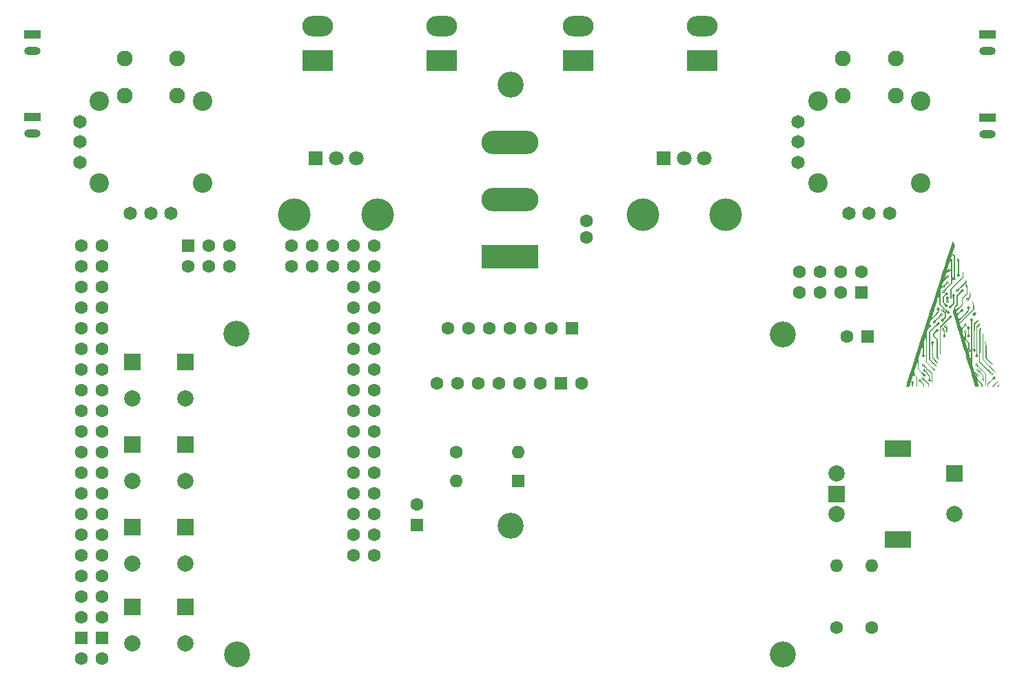
<source format=gbr>
%TF.GenerationSoftware,KiCad,Pcbnew,7.0.8*%
%TF.CreationDate,2024-11-24T12:41:57-05:00*%
%TF.ProjectId,RCTransmitterAecertRobotics,52435472-616e-4736-9d69-747465724165,V1.02*%
%TF.SameCoordinates,Original*%
%TF.FileFunction,Soldermask,Top*%
%TF.FilePolarity,Negative*%
%FSLAX46Y46*%
G04 Gerber Fmt 4.6, Leading zero omitted, Abs format (unit mm)*
G04 Created by KiCad (PCBNEW 7.0.8) date 2024-11-24 12:41:57*
%MOMM*%
%LPD*%
G01*
G04 APERTURE LIST*
G04 Aperture macros list*
%AMRoundRect*
0 Rectangle with rounded corners*
0 $1 Rounding radius*
0 $2 $3 $4 $5 $6 $7 $8 $9 X,Y pos of 4 corners*
0 Add a 4 corners polygon primitive as box body*
4,1,4,$2,$3,$4,$5,$6,$7,$8,$9,$2,$3,0*
0 Add four circle primitives for the rounded corners*
1,1,$1+$1,$2,$3*
1,1,$1+$1,$4,$5*
1,1,$1+$1,$6,$7*
1,1,$1+$1,$8,$9*
0 Add four rect primitives between the rounded corners*
20,1,$1+$1,$2,$3,$4,$5,0*
20,1,$1+$1,$4,$5,$6,$7,0*
20,1,$1+$1,$6,$7,$8,$9,0*
20,1,$1+$1,$8,$9,$2,$3,0*%
G04 Aperture macros list end*
%ADD10R,3.800000X2.500000*%
%ADD11RoundRect,1.250000X0.650000X0.000000X-0.650000X0.000000X-0.650000X0.000000X0.650000X0.000000X0*%
%ADD12C,2.000000*%
%ADD13R,2.000000X2.000000*%
%ADD14R,3.200000X2.000000*%
%ADD15C,3.200000*%
%ADD16C,1.600000*%
%ADD17O,1.600000X1.600000*%
%ADD18R,2.000000X1.000000*%
%ADD19O,2.000000X1.000000*%
%ADD20R,7.000000X2.900000*%
%ADD21O,7.000000X2.900000*%
%ADD22C,4.000000*%
%ADD23R,1.800000X1.800000*%
%ADD24C,1.800000*%
%ADD25R,1.600000X1.600000*%
%ADD26C,1.650000*%
%ADD27C,1.950000*%
%ADD28C,2.400000*%
G04 APERTURE END LIST*
%TO.C,G\u002A\u002A\u002A*%
G36*
X201104299Y-105988602D02*
G01*
X201104350Y-105993518D01*
X201079811Y-106060353D01*
X201019387Y-106131380D01*
X200942863Y-106188293D01*
X200870028Y-106212785D01*
X200867304Y-106212832D01*
X200828869Y-106210245D01*
X200820118Y-106196061D01*
X200845109Y-106160647D01*
X200907898Y-106094370D01*
X200924208Y-106077726D01*
X201011307Y-105993187D01*
X201066272Y-105952062D01*
X201095227Y-105951489D01*
X201104299Y-105988602D01*
G37*
G36*
X200948968Y-105502713D02*
G01*
X200945205Y-105536581D01*
X200914066Y-105588149D01*
X200851238Y-105663334D01*
X200752410Y-105768056D01*
X200630987Y-105890590D01*
X200490006Y-106027927D01*
X200383170Y-106124166D01*
X200305252Y-106183544D01*
X200251024Y-106210300D01*
X200233624Y-106212832D01*
X200212223Y-106207382D01*
X200212420Y-106187495D01*
X200238458Y-106147868D01*
X200294574Y-106083195D01*
X200385008Y-105988173D01*
X200514000Y-105857498D01*
X200532303Y-105839138D01*
X200654203Y-105719094D01*
X200762209Y-105616792D01*
X200849076Y-105538769D01*
X200907556Y-105491564D01*
X200929666Y-105480626D01*
X200948968Y-105502713D01*
G37*
G36*
X194524749Y-98642289D02*
G01*
X194586710Y-98703831D01*
X194623494Y-98779321D01*
X194626749Y-98805751D01*
X194641270Y-98878738D01*
X194668032Y-98920202D01*
X194695115Y-98975413D01*
X194707457Y-99073392D01*
X194705505Y-99198814D01*
X194689709Y-99336350D01*
X194660516Y-99470677D01*
X194650990Y-99502548D01*
X194593551Y-99682690D01*
X194583879Y-99337418D01*
X194574208Y-98992146D01*
X194484137Y-98982129D01*
X194375428Y-98947385D01*
X194307986Y-98876397D01*
X194291412Y-98804567D01*
X194387226Y-98804567D01*
X194408852Y-98841756D01*
X194462392Y-98877071D01*
X194506944Y-98857919D01*
X194523885Y-98816932D01*
X194509984Y-98767847D01*
X194463564Y-98743058D01*
X194410863Y-98754483D01*
X194402327Y-98761710D01*
X194387226Y-98804567D01*
X194291412Y-98804567D01*
X194288983Y-98794042D01*
X194313800Y-98714323D01*
X194374357Y-98648053D01*
X194449813Y-98617152D01*
X194457468Y-98616851D01*
X194524749Y-98642289D01*
G37*
G36*
X198223202Y-97026385D02*
G01*
X198249917Y-97101715D01*
X198220704Y-97163280D01*
X198207068Y-97175716D01*
X198173488Y-97231994D01*
X198162033Y-97297784D01*
X198135123Y-97388482D01*
X198095305Y-97429215D01*
X198017287Y-97469664D01*
X197951407Y-97462221D01*
X197877621Y-97404428D01*
X197875444Y-97402258D01*
X197825162Y-97339422D01*
X197804267Y-97291041D01*
X197927180Y-97291041D01*
X197931538Y-97307792D01*
X197972133Y-97349257D01*
X198027201Y-97349732D01*
X198058731Y-97322953D01*
X198057390Y-97277452D01*
X198037985Y-97248980D01*
X197986419Y-97226107D01*
X197941949Y-97244290D01*
X197927180Y-97291041D01*
X197804267Y-97291041D01*
X197801934Y-97285639D01*
X197801749Y-97282164D01*
X197826933Y-97217084D01*
X197887516Y-97156040D01*
X197961049Y-97119161D01*
X197987462Y-97115669D01*
X198055317Y-97095745D01*
X198124150Y-97048902D01*
X198176087Y-97006806D01*
X198206687Y-97006477D01*
X198223202Y-97026385D01*
G37*
G36*
X196983944Y-93151877D02*
G01*
X197051837Y-93346360D01*
X196571119Y-93827740D01*
X196401932Y-93999897D01*
X196266600Y-94143399D01*
X196167810Y-94255217D01*
X196108247Y-94332323D01*
X196090402Y-94369663D01*
X196066655Y-94462954D01*
X196006217Y-94529160D01*
X195925294Y-94561025D01*
X195840090Y-94551291D01*
X195779807Y-94508754D01*
X195740230Y-94439134D01*
X195730118Y-94388659D01*
X195731788Y-94383518D01*
X195850213Y-94383518D01*
X195871443Y-94433696D01*
X195910260Y-94443565D01*
X195960439Y-94422335D01*
X195970307Y-94383518D01*
X195949077Y-94333339D01*
X195910260Y-94323470D01*
X195860081Y-94344700D01*
X195850213Y-94383518D01*
X195731788Y-94383518D01*
X195756247Y-94308223D01*
X195820402Y-94239859D01*
X195901236Y-94204604D01*
X195918129Y-94203376D01*
X195960656Y-94186314D01*
X196032413Y-94133570D01*
X196136075Y-94042806D01*
X196274318Y-93911686D01*
X196442207Y-93745515D01*
X196898368Y-93287655D01*
X196907210Y-93122525D01*
X196916052Y-92957395D01*
X196983944Y-93151877D01*
G37*
G36*
X190454867Y-105526006D02*
G01*
X190525778Y-105567786D01*
X190573070Y-105634121D01*
X190581827Y-105714461D01*
X190570954Y-105748695D01*
X190535947Y-105803351D01*
X190506648Y-105822525D01*
X190490209Y-105850306D01*
X190479325Y-105924881D01*
X190475981Y-106017678D01*
X190474109Y-106123292D01*
X190465773Y-106182175D01*
X190446890Y-106207594D01*
X190415934Y-106212832D01*
X190383192Y-106206638D01*
X190365070Y-106179135D01*
X190357371Y-106116946D01*
X190355886Y-106021355D01*
X190349424Y-105893181D01*
X190329045Y-105816196D01*
X190310851Y-105792501D01*
X190275072Y-105729834D01*
X190270514Y-105675143D01*
X190339895Y-105675143D01*
X190342984Y-105712111D01*
X190384244Y-105753581D01*
X190443012Y-105758644D01*
X190490242Y-105726733D01*
X190496041Y-105715114D01*
X190491325Y-105658661D01*
X190465075Y-105618609D01*
X190422527Y-105585921D01*
X190386928Y-105599426D01*
X190369795Y-105615607D01*
X190339895Y-105675143D01*
X190270514Y-105675143D01*
X190268055Y-105645630D01*
X190291024Y-105571710D01*
X190301844Y-105558317D01*
X190375250Y-105519332D01*
X190454867Y-105526006D01*
G37*
G36*
X197494007Y-94742125D02*
G01*
X197545532Y-94915960D01*
X197562226Y-95051335D01*
X197543327Y-95159234D01*
X197488076Y-95250643D01*
X197456477Y-95284227D01*
X197390536Y-95362524D01*
X197354478Y-95434739D01*
X197351395Y-95455246D01*
X197326657Y-95535623D01*
X197266105Y-95605289D01*
X197190231Y-95642715D01*
X197171253Y-95644510D01*
X197105893Y-95624133D01*
X197051158Y-95584463D01*
X197000698Y-95499688D01*
X197000530Y-95464369D01*
X197111206Y-95464369D01*
X197132435Y-95514547D01*
X197171253Y-95524416D01*
X197221432Y-95503186D01*
X197231300Y-95464369D01*
X197210070Y-95414190D01*
X197171253Y-95404321D01*
X197121074Y-95425551D01*
X197111206Y-95464369D01*
X197000530Y-95464369D01*
X197000280Y-95411667D01*
X197043161Y-95336678D01*
X197122602Y-95290996D01*
X197175506Y-95284227D01*
X197248106Y-95262172D01*
X197323917Y-95207000D01*
X197329545Y-95201293D01*
X197367143Y-95157189D01*
X197391271Y-95109940D01*
X197405519Y-95044569D01*
X197413477Y-94946101D01*
X197417727Y-94833504D01*
X197426454Y-94548648D01*
X197494007Y-94742125D01*
G37*
G36*
X199041582Y-99571649D02*
G01*
X199051708Y-99593548D01*
X199062742Y-99622643D01*
X199075273Y-99660248D01*
X199085788Y-99702927D01*
X199094472Y-99756040D01*
X199101513Y-99824951D01*
X199107093Y-99915022D01*
X199111400Y-100031615D01*
X199114619Y-100180091D01*
X199116934Y-100365814D01*
X199118531Y-100594145D01*
X199119596Y-100870447D01*
X199120314Y-101200082D01*
X199120462Y-101292257D01*
X199122789Y-102811753D01*
X199830587Y-103544030D01*
X200048908Y-103771542D01*
X200226975Y-103961057D01*
X200367782Y-104116230D01*
X200474328Y-104240719D01*
X200549608Y-104338178D01*
X200596618Y-104412264D01*
X200618354Y-104466634D01*
X200617896Y-104504700D01*
X200595828Y-104490034D01*
X200536851Y-104436398D01*
X200445489Y-104348284D01*
X200326269Y-104230184D01*
X200183713Y-104086589D01*
X200022347Y-103921992D01*
X199846695Y-103740884D01*
X199806104Y-103698773D01*
X199003529Y-102865196D01*
X199005439Y-101168860D01*
X199005878Y-100807416D01*
X199006420Y-100501819D01*
X199007220Y-100247870D01*
X199008433Y-100041369D01*
X199010216Y-99878117D01*
X199012723Y-99753915D01*
X199016111Y-99664561D01*
X199020536Y-99605858D01*
X199026152Y-99573604D01*
X199033116Y-99563601D01*
X199041582Y-99571649D01*
G37*
G36*
X199375032Y-100604691D02*
G01*
X199385442Y-100656054D01*
X199379898Y-100703886D01*
X199373074Y-100782401D01*
X199393429Y-100820784D01*
X199404482Y-100826388D01*
X199435273Y-100846522D01*
X199459843Y-100884741D01*
X199478843Y-100947043D01*
X199492925Y-101039430D01*
X199502740Y-101167900D01*
X199508939Y-101338454D01*
X199512174Y-101557093D01*
X199513097Y-101826805D01*
X199513097Y-102625908D01*
X199887759Y-102999670D01*
X200039463Y-103153820D01*
X200151747Y-103275025D01*
X200230241Y-103370043D01*
X200280572Y-103445633D01*
X200306267Y-103502116D01*
X200331137Y-103578595D01*
X200343831Y-103624690D01*
X200344078Y-103630799D01*
X200322148Y-103610477D01*
X200264067Y-103553556D01*
X200175938Y-103466102D01*
X200063861Y-103354181D01*
X199933940Y-103223860D01*
X199868399Y-103157927D01*
X199398754Y-102685054D01*
X199386000Y-101807394D01*
X199381920Y-101550597D01*
X199377683Y-101347190D01*
X199372841Y-101190516D01*
X199366944Y-101073918D01*
X199359544Y-100990739D01*
X199350193Y-100934322D01*
X199338440Y-100898011D01*
X199323838Y-100875149D01*
X199323077Y-100874297D01*
X199277027Y-100786315D01*
X199289578Y-100687325D01*
X199303988Y-100656485D01*
X199345173Y-100603143D01*
X199375032Y-100604691D01*
G37*
G36*
X200529838Y-104975600D02*
G01*
X200596328Y-105034538D01*
X200623957Y-105110136D01*
X200623971Y-105111827D01*
X200598530Y-105180113D01*
X200537012Y-105242633D01*
X200461624Y-105279180D01*
X200436836Y-105282099D01*
X200382045Y-105305003D01*
X200291224Y-105373971D01*
X200163903Y-105489387D01*
X200061541Y-105589305D01*
X199753286Y-105896511D01*
X199753286Y-106054671D01*
X199750443Y-106147625D01*
X199738251Y-106195127D01*
X199711215Y-106211648D01*
X199693239Y-106212832D01*
X199660271Y-106206532D01*
X199642146Y-106178646D01*
X199634562Y-106115693D01*
X199633191Y-106024672D01*
X199633191Y-105836512D01*
X199963451Y-105507276D01*
X200099692Y-105368728D01*
X200195853Y-105263911D01*
X200256842Y-105186786D01*
X200287569Y-105131314D01*
X200288110Y-105128639D01*
X200376809Y-105128639D01*
X200412168Y-105172894D01*
X200469327Y-105185717D01*
X200471092Y-105185399D01*
X200510422Y-105152152D01*
X200518889Y-105116969D01*
X200495885Y-105066203D01*
X200445056Y-105044812D01*
X200393671Y-105061039D01*
X200381592Y-105075478D01*
X200376809Y-105128639D01*
X200288110Y-105128639D01*
X200293711Y-105100968D01*
X200315458Y-105010024D01*
X200380208Y-104960946D01*
X200445181Y-104951839D01*
X200529838Y-104975600D01*
G37*
G36*
X191403065Y-105308212D02*
G01*
X191467447Y-105371924D01*
X191496616Y-105451297D01*
X191496785Y-105457377D01*
X191511474Y-105517077D01*
X191559901Y-105591153D01*
X191648602Y-105689043D01*
X191676927Y-105717442D01*
X191764904Y-105806354D01*
X191818263Y-105869786D01*
X191845646Y-105923898D01*
X191855697Y-105984851D01*
X191857068Y-106054268D01*
X191852713Y-106151606D01*
X191837515Y-106200657D01*
X191812033Y-106212832D01*
X191781674Y-106194290D01*
X191768372Y-106131870D01*
X191766997Y-106084292D01*
X191762989Y-106015557D01*
X191744939Y-105959198D01*
X191703812Y-105899577D01*
X191630572Y-105821060D01*
X191593491Y-105784055D01*
X191484592Y-105684449D01*
X191402183Y-105628966D01*
X191340435Y-105612359D01*
X191249753Y-105588885D01*
X191186182Y-105528670D01*
X191166525Y-105460096D01*
X191171845Y-105444210D01*
X191260783Y-105444210D01*
X191268304Y-105509495D01*
X191304124Y-105547359D01*
X191349865Y-105541624D01*
X191384700Y-105500265D01*
X191391702Y-105462241D01*
X191372297Y-105397233D01*
X191339070Y-105377868D01*
X191287270Y-105391936D01*
X191260783Y-105444210D01*
X191171845Y-105444210D01*
X191188145Y-105395538D01*
X191239335Y-105330429D01*
X191299583Y-105287809D01*
X191324974Y-105282099D01*
X191403065Y-105308212D01*
G37*
G36*
X191815280Y-103386081D02*
G01*
X191877754Y-103447805D01*
X191914210Y-103523616D01*
X191917116Y-103548586D01*
X191933929Y-103590284D01*
X191985922Y-103661114D01*
X192075423Y-103763731D01*
X192204763Y-103900790D01*
X192376270Y-104074945D01*
X192397494Y-104096165D01*
X192877872Y-104575840D01*
X192876038Y-105011534D01*
X192873258Y-105207844D01*
X192865990Y-105357102D01*
X192853009Y-105472216D01*
X192833093Y-105566094D01*
X192819071Y-105612359D01*
X192763938Y-105777489D01*
X192760858Y-105206688D01*
X192757778Y-104635887D01*
X192284564Y-104163367D01*
X192118467Y-103999191D01*
X191988391Y-103874789D01*
X191889460Y-103785969D01*
X191816799Y-103728536D01*
X191765531Y-103698298D01*
X191735131Y-103690846D01*
X191644648Y-103668926D01*
X191595809Y-103603824D01*
X191587690Y-103545378D01*
X191680925Y-103545378D01*
X191702075Y-103596435D01*
X191711502Y-103603598D01*
X191762323Y-103607328D01*
X191805141Y-103571735D01*
X191820829Y-103516504D01*
X191816229Y-103495802D01*
X191775185Y-103458424D01*
X191744915Y-103456289D01*
X191697357Y-103489175D01*
X191680925Y-103545378D01*
X191587690Y-103545378D01*
X191586856Y-103539377D01*
X191610617Y-103454719D01*
X191669555Y-103388229D01*
X191745152Y-103360600D01*
X191746844Y-103360586D01*
X191815280Y-103386081D01*
G37*
G36*
X191763729Y-105036043D02*
G01*
X191817772Y-105093237D01*
X191849139Y-105160553D01*
X191847967Y-105202465D01*
X191862428Y-105239587D01*
X191916138Y-105310791D01*
X192003864Y-105409815D01*
X192120378Y-105530401D01*
X192129890Y-105539899D01*
X192427518Y-105836410D01*
X192427518Y-106024621D01*
X192424316Y-106131854D01*
X192412913Y-106190553D01*
X192390616Y-106211977D01*
X192382482Y-106212832D01*
X192354491Y-106197127D01*
X192340606Y-106142536D01*
X192337447Y-106058670D01*
X192336298Y-105994889D01*
X192328379Y-105943972D01*
X192306986Y-105895331D01*
X192265411Y-105838377D01*
X192196947Y-105762523D01*
X192094889Y-105657180D01*
X192061703Y-105623327D01*
X191938732Y-105500876D01*
X191847366Y-105417746D01*
X191779885Y-105367880D01*
X191728572Y-105345216D01*
X191703564Y-105342146D01*
X191605938Y-105316879D01*
X191544304Y-105247113D01*
X191533894Y-105195826D01*
X191603396Y-105195826D01*
X191637394Y-105238941D01*
X191688254Y-105246157D01*
X191741948Y-105215209D01*
X191751986Y-105177428D01*
X191729205Y-105126824D01*
X191678875Y-105104591D01*
X191628015Y-105119379D01*
X191615749Y-105133810D01*
X191603396Y-105195826D01*
X191533894Y-105195826D01*
X191526808Y-105160916D01*
X191552207Y-105075712D01*
X191623547Y-105024422D01*
X191704284Y-105011886D01*
X191763729Y-105036043D01*
G37*
G36*
X196603134Y-91966614D02*
G01*
X196636692Y-92106271D01*
X196655132Y-92272122D01*
X196660443Y-92462239D01*
X196660851Y-92777722D01*
X195940284Y-93497820D01*
X195219716Y-94217918D01*
X195219716Y-94617182D01*
X195220506Y-94781788D01*
X195223960Y-94898251D01*
X195231700Y-94978466D01*
X195245351Y-95034327D01*
X195266536Y-95077730D01*
X195286555Y-95106850D01*
X195328578Y-95170921D01*
X195335335Y-95217335D01*
X195310371Y-95274254D01*
X195308136Y-95278271D01*
X195243133Y-95343457D01*
X195155670Y-95370918D01*
X195068500Y-95356550D01*
X195028328Y-95328739D01*
X194985103Y-95247047D01*
X194986774Y-95217817D01*
X195092849Y-95217817D01*
X195121811Y-95263127D01*
X195167787Y-95276338D01*
X195171681Y-95275233D01*
X195205609Y-95239668D01*
X195214429Y-95214095D01*
X195201299Y-95165338D01*
X195157652Y-95141035D01*
X195110433Y-95152288D01*
X195098309Y-95166256D01*
X195092849Y-95217817D01*
X194986774Y-95217817D01*
X194990581Y-95151224D01*
X195023608Y-95087306D01*
X195042527Y-95046990D01*
X195055652Y-94978547D01*
X195063816Y-94873089D01*
X195067857Y-94721729D01*
X195068643Y-94608465D01*
X195069598Y-94187904D01*
X195805177Y-93452785D01*
X196540756Y-92717665D01*
X196543495Y-92252069D01*
X196546234Y-91786473D01*
X196603134Y-91966614D01*
G37*
G36*
X194803021Y-95128303D02*
G01*
X194862327Y-95189330D01*
X194885594Y-95269727D01*
X194865964Y-95352054D01*
X194829409Y-95396276D01*
X194783923Y-95448609D01*
X194769362Y-95486053D01*
X194789015Y-95534030D01*
X194829409Y-95584463D01*
X194874697Y-95654051D01*
X194889456Y-95714916D01*
X194864672Y-95799160D01*
X194802393Y-95856905D01*
X194720729Y-95882199D01*
X194637790Y-95869091D01*
X194575910Y-95817972D01*
X194533287Y-95722536D01*
X194537481Y-95699554D01*
X194649267Y-95699554D01*
X194666196Y-95767203D01*
X194704114Y-95789831D01*
X194743720Y-95765728D01*
X194763944Y-95709712D01*
X194757420Y-95658165D01*
X194711402Y-95644510D01*
X194659256Y-95665170D01*
X194649267Y-95699554D01*
X194537481Y-95699554D01*
X194548951Y-95636703D01*
X194589220Y-95584463D01*
X194633614Y-95526807D01*
X194649267Y-95484034D01*
X194628688Y-95435040D01*
X194589220Y-95389310D01*
X194539131Y-95311752D01*
X194538724Y-95265532D01*
X194656256Y-95265532D01*
X194669451Y-95318156D01*
X194706973Y-95344204D01*
X194709314Y-95344274D01*
X194746387Y-95320177D01*
X194759279Y-95297220D01*
X194760546Y-95241722D01*
X194730687Y-95205719D01*
X194687667Y-95206556D01*
X194675304Y-95216157D01*
X194656256Y-95265532D01*
X194538724Y-95265532D01*
X194538403Y-95229137D01*
X194580092Y-95157273D01*
X194657252Y-95111967D01*
X194714531Y-95104085D01*
X194803021Y-95128303D01*
G37*
G36*
X198524969Y-97959363D02*
G01*
X198535570Y-97984278D01*
X198539455Y-97999149D01*
X198544542Y-98038992D01*
X198533976Y-98079463D01*
X198501191Y-98130180D01*
X198439622Y-98200765D01*
X198342706Y-98300839D01*
X198313546Y-98330224D01*
X198066796Y-98578262D01*
X198050238Y-100046197D01*
X198033679Y-101514132D01*
X198097856Y-101571327D01*
X198150036Y-101647764D01*
X198156212Y-101729056D01*
X198125723Y-101802501D01*
X198067907Y-101855398D01*
X197992101Y-101875045D01*
X197907643Y-101848741D01*
X197898405Y-101842623D01*
X197847384Y-101776742D01*
X197835634Y-101711058D01*
X197921844Y-101711058D01*
X197944759Y-101755498D01*
X197995353Y-101770580D01*
X198046400Y-101751258D01*
X198058731Y-101736428D01*
X198056633Y-101691734D01*
X198033360Y-101657817D01*
X197977717Y-101629232D01*
X197935650Y-101653466D01*
X197921844Y-101711058D01*
X197835634Y-101711058D01*
X197832204Y-101691882D01*
X197855067Y-101613896D01*
X197876808Y-101589191D01*
X197887061Y-101574314D01*
X197895665Y-101544949D01*
X197902760Y-101496302D01*
X197908484Y-101423580D01*
X197912976Y-101321991D01*
X197916374Y-101186741D01*
X197918816Y-101013037D01*
X197920442Y-100796086D01*
X197921390Y-100531095D01*
X197921799Y-100213270D01*
X197921844Y-100031228D01*
X197921844Y-98510642D01*
X198220229Y-98213376D01*
X198338079Y-98096434D01*
X198420477Y-98017260D01*
X198474424Y-97971156D01*
X198506921Y-97953423D01*
X198524969Y-97959363D01*
G37*
G36*
X193675456Y-98290145D02*
G01*
X193698869Y-98311473D01*
X193744561Y-98396901D01*
X193739794Y-98480843D01*
X193692761Y-98548935D01*
X193611654Y-98586815D01*
X193541154Y-98587979D01*
X193508334Y-98606597D01*
X193440281Y-98662038D01*
X193343751Y-98748201D01*
X193225503Y-98858987D01*
X193092294Y-98988296D01*
X193038258Y-99041919D01*
X192577636Y-99501822D01*
X192577636Y-101163641D01*
X192577636Y-102825460D01*
X192982679Y-103250647D01*
X193138978Y-103417354D01*
X193254533Y-103547281D01*
X193332405Y-103644717D01*
X193375658Y-103713952D01*
X193387351Y-103759276D01*
X193370548Y-103784979D01*
X193365756Y-103787409D01*
X193339153Y-103769825D01*
X193277272Y-103714999D01*
X193186448Y-103628979D01*
X193073013Y-103517816D01*
X192943300Y-103387561D01*
X192885378Y-103328501D01*
X192427518Y-102859557D01*
X192427518Y-101165700D01*
X192427518Y-99471842D01*
X192920239Y-98979800D01*
X193079513Y-98818355D01*
X193210590Y-98680578D01*
X193309759Y-98570615D01*
X193373309Y-98492610D01*
X193397530Y-98450707D01*
X193397316Y-98446990D01*
X193399073Y-98423170D01*
X193514010Y-98423170D01*
X193518452Y-98449703D01*
X193559020Y-98490456D01*
X193614188Y-98490369D01*
X193645256Y-98463852D01*
X193646130Y-98418462D01*
X193612384Y-98376725D01*
X193565536Y-98357201D01*
X193534620Y-98368424D01*
X193514010Y-98423170D01*
X193399073Y-98423170D01*
X193401191Y-98394443D01*
X193430701Y-98331395D01*
X193501089Y-98271815D01*
X193590198Y-98257506D01*
X193675456Y-98290145D01*
G37*
G36*
X198360049Y-103378691D02*
G01*
X198401313Y-103404799D01*
X198447968Y-103475057D01*
X198462269Y-103538227D01*
X198471581Y-103574254D01*
X198502448Y-103625374D01*
X198559269Y-103696698D01*
X198646443Y-103793333D01*
X198768369Y-103920389D01*
X198929446Y-104082976D01*
X198942648Y-104096165D01*
X199423026Y-104575840D01*
X199423026Y-105394336D01*
X199422661Y-105640283D01*
X199421332Y-105832516D01*
X199418693Y-105977365D01*
X199414395Y-106081161D01*
X199408088Y-106150235D01*
X199399426Y-106190915D01*
X199388059Y-106209534D01*
X199377990Y-106212832D01*
X199364210Y-106206115D01*
X199353500Y-106181662D01*
X199345490Y-106133020D01*
X199339812Y-106053735D01*
X199336095Y-105937352D01*
X199333969Y-105777420D01*
X199333065Y-105567483D01*
X199332955Y-105426830D01*
X199332955Y-104640828D01*
X198861304Y-104165837D01*
X198698384Y-104003257D01*
X198571130Y-103880089D01*
X198474289Y-103791805D01*
X198402607Y-103733871D01*
X198350829Y-103701757D01*
X198313701Y-103690932D01*
X198310520Y-103690846D01*
X198218931Y-103667255D01*
X198158617Y-103606555D01*
X198142344Y-103527689D01*
X198229962Y-103527689D01*
X198252421Y-103586146D01*
X198287556Y-103623446D01*
X198315568Y-103620320D01*
X198356078Y-103582583D01*
X198386982Y-103534622D01*
X198369559Y-103492512D01*
X198317958Y-103456148D01*
X198292521Y-103450657D01*
X198245696Y-103474080D01*
X198229962Y-103527689D01*
X198142344Y-103527689D01*
X198141553Y-103523855D01*
X198149586Y-103487812D01*
X198201613Y-103409939D01*
X198278012Y-103371506D01*
X198360049Y-103378691D01*
G37*
G36*
X192974987Y-100626681D02*
G01*
X193000622Y-100645849D01*
X193050796Y-100718653D01*
X193044674Y-100799812D01*
X192997967Y-100876817D01*
X192980253Y-100902278D01*
X192966406Y-100933103D01*
X192955951Y-100976486D01*
X192948416Y-101039622D01*
X192943325Y-101129704D01*
X192940205Y-101253927D01*
X192938583Y-101419485D01*
X192937984Y-101633572D01*
X192937919Y-101788568D01*
X192937919Y-102623982D01*
X193239413Y-102926505D01*
X193368169Y-103058766D01*
X193455711Y-103156464D01*
X193506016Y-103224579D01*
X193523058Y-103268093D01*
X193521425Y-103279795D01*
X193495558Y-103322847D01*
X193482127Y-103330562D01*
X193455135Y-103310384D01*
X193393848Y-103254764D01*
X193306072Y-103171081D01*
X193199612Y-103066709D01*
X193140067Y-103007318D01*
X192817825Y-102684074D01*
X192817825Y-101820169D01*
X192817691Y-101569673D01*
X192816956Y-101372067D01*
X192815118Y-101220190D01*
X192811675Y-101106885D01*
X192806127Y-101024993D01*
X192797971Y-100967355D01*
X192786707Y-100926814D01*
X192771834Y-100896209D01*
X192752848Y-100868384D01*
X192750986Y-100865859D01*
X192708963Y-100801791D01*
X192702206Y-100755383D01*
X192707407Y-100743525D01*
X192817825Y-100743525D01*
X192835903Y-100808893D01*
X192877558Y-100839529D01*
X192923922Y-100828665D01*
X192949816Y-100790855D01*
X192954142Y-100725326D01*
X192908492Y-100691763D01*
X192876100Y-100688482D01*
X192826762Y-100710780D01*
X192817825Y-100743525D01*
X192707407Y-100743525D01*
X192727169Y-100698474D01*
X192729415Y-100694438D01*
X192797079Y-100625836D01*
X192885885Y-100602005D01*
X192974987Y-100626681D01*
G37*
G36*
X194235398Y-98977908D02*
G01*
X194295052Y-99041363D01*
X194319003Y-99132155D01*
X194319007Y-99133447D01*
X194335730Y-99206725D01*
X194364042Y-99247347D01*
X194388553Y-99286640D01*
X194402903Y-99361440D01*
X194408740Y-99482171D01*
X194409078Y-99532572D01*
X194412521Y-99670321D01*
X194423949Y-99758782D01*
X194445006Y-99808377D01*
X194454113Y-99817797D01*
X194493804Y-99885064D01*
X194494480Y-99970167D01*
X194458351Y-100047282D01*
X194432421Y-100071295D01*
X194340240Y-100113812D01*
X194261885Y-100099487D01*
X194218577Y-100063127D01*
X194177479Y-99984031D01*
X194175460Y-99938601D01*
X194258960Y-99938601D01*
X194279700Y-99994443D01*
X194328906Y-100007174D01*
X194376475Y-99980834D01*
X194403098Y-99938000D01*
X194381786Y-99896147D01*
X194328902Y-99866119D01*
X194279976Y-99883473D01*
X194258960Y-99938601D01*
X194175460Y-99938601D01*
X194173554Y-99895711D01*
X194207174Y-99824182D01*
X194215064Y-99816851D01*
X194238991Y-99782383D01*
X194251631Y-99720651D01*
X194254652Y-99619158D01*
X194252593Y-99535456D01*
X194243948Y-99292383D01*
X194157557Y-99290934D01*
X194063228Y-99262131D01*
X194014945Y-99220055D01*
X193967643Y-99145604D01*
X193967618Y-99129025D01*
X194078818Y-99129025D01*
X194101733Y-99173464D01*
X194152327Y-99188547D01*
X194203374Y-99169225D01*
X194215705Y-99154395D01*
X194214155Y-99110417D01*
X194178954Y-99066734D01*
X194132343Y-99045591D01*
X194111723Y-99050413D01*
X194084030Y-99094425D01*
X194078818Y-99129025D01*
X193967618Y-99129025D01*
X193967545Y-99081518D01*
X194005461Y-99013839D01*
X194074277Y-98957919D01*
X194156364Y-98948018D01*
X194235398Y-98977908D01*
G37*
G36*
X193523125Y-99092621D02*
G01*
X193590021Y-99153964D01*
X193626653Y-99228879D01*
X193628463Y-99247347D01*
X193602631Y-99323374D01*
X193539669Y-99389865D01*
X193461379Y-99425763D01*
X193441952Y-99427489D01*
X193383401Y-99448317D01*
X193303934Y-99502955D01*
X193246798Y-99553835D01*
X193173654Y-99630424D01*
X193135077Y-99691259D01*
X193120201Y-99759847D01*
X193118061Y-99832359D01*
X193119925Y-99903936D01*
X193130808Y-99959065D01*
X193158646Y-100011368D01*
X193211376Y-100074467D01*
X193296934Y-100161986D01*
X193328227Y-100193092D01*
X193538392Y-100401647D01*
X193538392Y-101481660D01*
X193538392Y-102561674D01*
X193614318Y-102640923D01*
X193665272Y-102708536D01*
X193671576Y-102767122D01*
X193665991Y-102785736D01*
X193649788Y-102820108D01*
X193628276Y-102825068D01*
X193589393Y-102795863D01*
X193522512Y-102729210D01*
X193403286Y-102607122D01*
X193392741Y-101516381D01*
X193382197Y-100425640D01*
X193175070Y-100220100D01*
X192967943Y-100014561D01*
X192967943Y-99817473D01*
X192969534Y-99713050D01*
X192980530Y-99643327D01*
X193010271Y-99586847D01*
X193068094Y-99522152D01*
X193118061Y-99472525D01*
X193207629Y-99373516D01*
X193258747Y-99292859D01*
X193268180Y-99255982D01*
X193273173Y-99239841D01*
X193393692Y-99239841D01*
X193399246Y-99292536D01*
X193445634Y-99307379D01*
X193448321Y-99307395D01*
X193496471Y-99293681D01*
X193503338Y-99242670D01*
X193502951Y-99239841D01*
X193478412Y-99187025D01*
X193448321Y-99172288D01*
X193409481Y-99197845D01*
X193393692Y-99239841D01*
X193273173Y-99239841D01*
X193292955Y-99175898D01*
X193353555Y-99106378D01*
X193429385Y-99068999D01*
X193448321Y-99067206D01*
X193523125Y-99092621D01*
G37*
G36*
X198704263Y-98488232D02*
G01*
X198672293Y-98575302D01*
X198585704Y-98686949D01*
X198537328Y-98736945D01*
X198372198Y-98900024D01*
X198372198Y-100562626D01*
X198372258Y-100920804D01*
X198372549Y-101223810D01*
X198373239Y-101476523D01*
X198374497Y-101683817D01*
X198376492Y-101850569D01*
X198379391Y-101981656D01*
X198383363Y-102081953D01*
X198388577Y-102156338D01*
X198395201Y-102209687D01*
X198403403Y-102246876D01*
X198413352Y-102272782D01*
X198425216Y-102292280D01*
X198432246Y-102301566D01*
X198479768Y-102371431D01*
X198484383Y-102422847D01*
X198444503Y-102479605D01*
X198418599Y-102506277D01*
X198338324Y-102566900D01*
X198267251Y-102571835D01*
X198193916Y-102521772D01*
X198192057Y-102519924D01*
X198147074Y-102454565D01*
X198132009Y-102399830D01*
X198134152Y-102392956D01*
X198229418Y-102392956D01*
X198244354Y-102435143D01*
X198251683Y-102444358D01*
X198305467Y-102479991D01*
X198349969Y-102459979D01*
X198367508Y-102416670D01*
X198361980Y-102350184D01*
X198324595Y-102320572D01*
X198271476Y-102338469D01*
X198261974Y-102347068D01*
X198229418Y-102392956D01*
X198134152Y-102392956D01*
X198152386Y-102334470D01*
X198192057Y-102279735D01*
X198204838Y-102265446D01*
X198215664Y-102247028D01*
X198224698Y-102219717D01*
X198232101Y-102178747D01*
X198238036Y-102119353D01*
X198242664Y-102036770D01*
X198246148Y-101926234D01*
X198248650Y-101782979D01*
X198250331Y-101602241D01*
X198251356Y-101379255D01*
X198251884Y-101109255D01*
X198252079Y-100787477D01*
X198252104Y-100515041D01*
X198252104Y-98810394D01*
X198456395Y-98607669D01*
X198545839Y-98522937D01*
X198620016Y-98460161D01*
X198668769Y-98427539D01*
X198681572Y-98425830D01*
X198704263Y-98488232D01*
G37*
G36*
X198854306Y-98973554D02*
G01*
X198867402Y-99006569D01*
X198864989Y-99083430D01*
X198829220Y-99137313D01*
X198817396Y-99152113D01*
X198807203Y-99171526D01*
X198798472Y-99199992D01*
X198791037Y-99241950D01*
X198784728Y-99301843D01*
X198779379Y-99384109D01*
X198774822Y-99493190D01*
X198770889Y-99633525D01*
X198767412Y-99809555D01*
X198764224Y-100025719D01*
X198761156Y-100286460D01*
X198758042Y-100596216D01*
X198754713Y-100959428D01*
X198752974Y-101155745D01*
X198735778Y-103109179D01*
X199402401Y-103775308D01*
X199574659Y-103945754D01*
X199732369Y-104098548D01*
X199870416Y-104228966D01*
X199983688Y-104332283D01*
X200067072Y-104403774D01*
X200115454Y-104438716D01*
X200123294Y-104441437D01*
X200222382Y-104463626D01*
X200279746Y-104528373D01*
X200293711Y-104606567D01*
X200269827Y-104697761D01*
X200209432Y-104755848D01*
X200129413Y-104774195D01*
X200046655Y-104746169D01*
X200013140Y-104716792D01*
X199973333Y-104643388D01*
X199966894Y-104607909D01*
X200057836Y-104607909D01*
X200082252Y-104657753D01*
X200138646Y-104681541D01*
X200142651Y-104681626D01*
X200193336Y-104661009D01*
X200203640Y-104620637D01*
X200182090Y-104562758D01*
X200133117Y-104536151D01*
X200080238Y-104552959D01*
X200077541Y-104555527D01*
X200057836Y-104607909D01*
X199966894Y-104607909D01*
X199963451Y-104588941D01*
X199952443Y-104556244D01*
X199917222Y-104503705D01*
X199854499Y-104427679D01*
X199760982Y-104324523D01*
X199633379Y-104190593D01*
X199468400Y-104022243D01*
X199287919Y-103840964D01*
X198612388Y-103165933D01*
X198612388Y-101167698D01*
X198612388Y-99169463D01*
X198729461Y-99055144D01*
X198796945Y-98991157D01*
X198834444Y-98965410D01*
X198854306Y-98973554D01*
G37*
G36*
X191914883Y-104005196D02*
G01*
X191958691Y-104031090D01*
X192024057Y-104101988D01*
X192037210Y-104165073D01*
X192047853Y-104213354D01*
X192083895Y-104274160D01*
X192151505Y-104355624D01*
X192256852Y-104465878D01*
X192292411Y-104501484D01*
X192547612Y-104755360D01*
X192547612Y-104991476D01*
X192550797Y-105122442D01*
X192562495Y-105210315D01*
X192585918Y-105271813D01*
X192607659Y-105303930D01*
X192650239Y-105374036D01*
X192667707Y-105434122D01*
X192641087Y-105509537D01*
X192574784Y-105564815D01*
X192502577Y-105582336D01*
X192425792Y-105562804D01*
X192384627Y-105535156D01*
X192341577Y-105457514D01*
X192348984Y-105414186D01*
X192431705Y-105414186D01*
X192439226Y-105479472D01*
X192475046Y-105517335D01*
X192520787Y-105511600D01*
X192555622Y-105470242D01*
X192562624Y-105432217D01*
X192543219Y-105367209D01*
X192509992Y-105347845D01*
X192458192Y-105361912D01*
X192431705Y-105414186D01*
X192348984Y-105414186D01*
X192356856Y-105368139D01*
X192397494Y-105303930D01*
X192434363Y-105238527D01*
X192452934Y-105150206D01*
X192457541Y-105035808D01*
X192457541Y-104844024D01*
X192195612Y-104582684D01*
X192073920Y-104464620D01*
X191983658Y-104385891D01*
X191916900Y-104340476D01*
X191865719Y-104322358D01*
X191851397Y-104321343D01*
X191771577Y-104297976D01*
X191723895Y-104239310D01*
X191712371Y-104169276D01*
X191799655Y-104169276D01*
X191814443Y-104220136D01*
X191828874Y-104232402D01*
X191890889Y-104244755D01*
X191934005Y-104210757D01*
X191941221Y-104159897D01*
X191910273Y-104106203D01*
X191872491Y-104096165D01*
X191821888Y-104118946D01*
X191799655Y-104169276D01*
X191712371Y-104169276D01*
X191711254Y-104162491D01*
X191736555Y-104084669D01*
X191801067Y-104023896D01*
X191863780Y-103996545D01*
X191914883Y-104005196D01*
G37*
G36*
X194031550Y-97200759D02*
G01*
X194100021Y-97261681D01*
X194137078Y-97337173D01*
X194138865Y-97355858D01*
X194112248Y-97434352D01*
X194045680Y-97499702D01*
X193959088Y-97534245D01*
X193935669Y-97536000D01*
X193877406Y-97557831D01*
X193791534Y-97616791D01*
X193687870Y-97703078D01*
X193576232Y-97806889D01*
X193466435Y-97918424D01*
X193368298Y-98027881D01*
X193291638Y-98125458D01*
X193246271Y-98201353D01*
X193238156Y-98232418D01*
X193213650Y-98326487D01*
X193149796Y-98386573D01*
X193061091Y-98405271D01*
X192962031Y-98375178D01*
X192960437Y-98374257D01*
X192915940Y-98317817D01*
X192906412Y-98241615D01*
X193002718Y-98241615D01*
X193023012Y-98290883D01*
X193070208Y-98312078D01*
X193080096Y-98310983D01*
X193130203Y-98276361D01*
X193142453Y-98248626D01*
X193128718Y-98198083D01*
X193082404Y-98172270D01*
X193029753Y-98183845D01*
X193021986Y-98190515D01*
X193002718Y-98241615D01*
X192906412Y-98241615D01*
X192905744Y-98236275D01*
X192928141Y-98152580D01*
X192981423Y-98089681D01*
X192981635Y-98089541D01*
X193045317Y-98061344D01*
X193089951Y-98062596D01*
X193124036Y-98050296D01*
X193193342Y-97998249D01*
X193292512Y-97910968D01*
X193416188Y-97792968D01*
X193451555Y-97757954D01*
X193586130Y-97621155D01*
X193680946Y-97517891D01*
X193741132Y-97441817D01*
X193771820Y-97386586D01*
X193775923Y-97366520D01*
X193878436Y-97366520D01*
X193909907Y-97405766D01*
X193960495Y-97415905D01*
X194009767Y-97393543D01*
X194018771Y-97359070D01*
X193997502Y-97302126D01*
X193949369Y-97283255D01*
X193898286Y-97311292D01*
X193878436Y-97366520D01*
X193775923Y-97366520D01*
X193778581Y-97353517D01*
X193804962Y-97263988D01*
X193871912Y-97198593D01*
X193953581Y-97175716D01*
X194031550Y-97200759D01*
G37*
G36*
X195128438Y-97430406D02*
G01*
X195169450Y-97454753D01*
X195215889Y-97489860D01*
X195231684Y-97526904D01*
X195221796Y-97588122D01*
X195209245Y-97633109D01*
X195176842Y-97718765D01*
X195136497Y-97760110D01*
X195098427Y-97770816D01*
X195049158Y-97796974D01*
X194960340Y-97867524D01*
X194832419Y-97982068D01*
X194665838Y-98140206D01*
X194461619Y-98340969D01*
X193898676Y-98901483D01*
X193898676Y-100459525D01*
X193898347Y-100831207D01*
X193897205Y-101147564D01*
X193895018Y-101413319D01*
X193891551Y-101633190D01*
X193886573Y-101811899D01*
X193879851Y-101954167D01*
X193871151Y-102064713D01*
X193860240Y-102148258D01*
X193846887Y-102209524D01*
X193830857Y-102253229D01*
X193811918Y-102284096D01*
X193808446Y-102288343D01*
X193803684Y-102264547D01*
X193798378Y-102186806D01*
X193792729Y-102061215D01*
X193786937Y-101893873D01*
X193781203Y-101690877D01*
X193775726Y-101458323D01*
X193770707Y-101202309D01*
X193768512Y-101072386D01*
X193764047Y-100781334D01*
X193759930Y-100488736D01*
X193756276Y-100204641D01*
X193753202Y-99939098D01*
X193750822Y-99702157D01*
X193749252Y-99503866D01*
X193748607Y-99354276D01*
X193748597Y-99339129D01*
X193748558Y-98845450D01*
X194331894Y-98258278D01*
X194514178Y-98073582D01*
X194657130Y-97925684D01*
X194764844Y-97809915D01*
X194841415Y-97721604D01*
X194890938Y-97656081D01*
X194917508Y-97608675D01*
X194918900Y-97603621D01*
X195017723Y-97603621D01*
X195039348Y-97640810D01*
X195092888Y-97676125D01*
X195137440Y-97656973D01*
X195154382Y-97615986D01*
X195140481Y-97566902D01*
X195094060Y-97542112D01*
X195041359Y-97553538D01*
X195032824Y-97560764D01*
X195017723Y-97603621D01*
X194918900Y-97603621D01*
X194924861Y-97581982D01*
X194961973Y-97490740D01*
X195013597Y-97448662D01*
X195076945Y-97421188D01*
X195128438Y-97430406D01*
G37*
G36*
X197377107Y-98786559D02*
G01*
X197442804Y-98838801D01*
X197470903Y-98914160D01*
X197454204Y-98997217D01*
X197411442Y-99052194D01*
X197384051Y-99083745D01*
X197366423Y-99127183D01*
X197356489Y-99195173D01*
X197352181Y-99300379D01*
X197351395Y-99419901D01*
X197352980Y-99566978D01*
X197359132Y-99667647D01*
X197371944Y-99735496D01*
X197393510Y-99784114D01*
X197411442Y-99809604D01*
X197454087Y-99880489D01*
X197471489Y-99941940D01*
X197446448Y-100020040D01*
X197384312Y-100080563D01*
X197304565Y-100111956D01*
X197226692Y-100102665D01*
X197213277Y-100095055D01*
X197174878Y-100053122D01*
X197142740Y-100001843D01*
X197123791Y-99948981D01*
X197230288Y-99948981D01*
X197249694Y-99995154D01*
X197268830Y-100006848D01*
X197318373Y-100001546D01*
X197360267Y-99965779D01*
X197372414Y-99920920D01*
X197368187Y-99910749D01*
X197324175Y-99883056D01*
X197289575Y-99877844D01*
X197245109Y-99900378D01*
X197230288Y-99948981D01*
X197123791Y-99948981D01*
X197122397Y-99945092D01*
X197136513Y-99892875D01*
X197168269Y-99845435D01*
X197197177Y-99798827D01*
X197215749Y-99743872D01*
X197226163Y-99666659D01*
X197230594Y-99553281D01*
X197231300Y-99442501D01*
X197229936Y-99295895D01*
X197224300Y-99195152D01*
X197212073Y-99126117D01*
X197190936Y-99074637D01*
X197164461Y-99034416D01*
X197122438Y-98970346D01*
X197117719Y-98937923D01*
X197236504Y-98937923D01*
X197242709Y-98963561D01*
X197280323Y-99001220D01*
X197330042Y-99001173D01*
X197359482Y-98969629D01*
X197361488Y-98905124D01*
X197328361Y-98862559D01*
X197304919Y-98857040D01*
X197252403Y-98880941D01*
X197236504Y-98937923D01*
X197117719Y-98937923D01*
X197115682Y-98923932D01*
X197140645Y-98867013D01*
X197142880Y-98862996D01*
X197209866Y-98793188D01*
X197281012Y-98772854D01*
X197377107Y-98786559D01*
G37*
G36*
X194215368Y-96691305D02*
G01*
X194281676Y-96754923D01*
X194317298Y-96834639D01*
X194319007Y-96854578D01*
X194340859Y-96919163D01*
X194397475Y-96997772D01*
X194424090Y-97025598D01*
X194529172Y-97127448D01*
X194529172Y-97415544D01*
X194529172Y-97703639D01*
X194394066Y-97836236D01*
X194311964Y-97928620D01*
X194265859Y-98006367D01*
X194258960Y-98037641D01*
X194234194Y-98117800D01*
X194173607Y-98187359D01*
X194097765Y-98224749D01*
X194078818Y-98226544D01*
X194013458Y-98206167D01*
X193958723Y-98166496D01*
X193913741Y-98101137D01*
X193898676Y-98046402D01*
X194018771Y-98046402D01*
X194040000Y-98096580D01*
X194078818Y-98106449D01*
X194128997Y-98085219D01*
X194138865Y-98046402D01*
X194117635Y-97996223D01*
X194078818Y-97986354D01*
X194028639Y-98007584D01*
X194018771Y-98046402D01*
X193898676Y-98046402D01*
X193924655Y-97969933D01*
X193988226Y-97903611D01*
X194067837Y-97867970D01*
X194087736Y-97866260D01*
X194152202Y-97844025D01*
X194233257Y-97785276D01*
X194267878Y-97752405D01*
X194325072Y-97690724D01*
X194358271Y-97638711D01*
X194373991Y-97576665D01*
X194378749Y-97484884D01*
X194379054Y-97416282D01*
X194376839Y-97297487D01*
X194366955Y-97220227D01*
X194344549Y-97166058D01*
X194304763Y-97116534D01*
X194298378Y-97109806D01*
X194228048Y-97054406D01*
X194158753Y-97026423D01*
X194148260Y-97025598D01*
X194067720Y-97000881D01*
X193997973Y-96940356D01*
X193960520Y-96864458D01*
X193958723Y-96845456D01*
X194078818Y-96845456D01*
X194102486Y-96891425D01*
X194154639Y-96908509D01*
X194206852Y-96887556D01*
X194215893Y-96845753D01*
X194186196Y-96803847D01*
X194135653Y-96785409D01*
X194087819Y-96808150D01*
X194078818Y-96845456D01*
X193958723Y-96845456D01*
X193979100Y-96780097D01*
X194018771Y-96725362D01*
X194084130Y-96680379D01*
X194138865Y-96665314D01*
X194215368Y-96691305D01*
G37*
G36*
X194656635Y-94606593D02*
G01*
X194722624Y-94660411D01*
X194758173Y-94728135D01*
X194769362Y-94775272D01*
X194744493Y-94837951D01*
X194684872Y-94899810D01*
X194612972Y-94941846D01*
X194564041Y-94948859D01*
X194498233Y-94965023D01*
X194413470Y-95026010D01*
X194395893Y-95042421D01*
X194288983Y-95145888D01*
X194288983Y-95478429D01*
X194289615Y-95624348D01*
X194293453Y-95724259D01*
X194303411Y-95792203D01*
X194322404Y-95842221D01*
X194353345Y-95888350D01*
X194381240Y-95922894D01*
X194458336Y-96000226D01*
X194530361Y-96032295D01*
X194561382Y-96034818D01*
X194652637Y-96058009D01*
X194727703Y-96116429D01*
X194767270Y-96193353D01*
X194769362Y-96214960D01*
X194743304Y-96291666D01*
X194679399Y-96357891D01*
X194599049Y-96393397D01*
X194578861Y-96395101D01*
X194503370Y-96373466D01*
X194458767Y-96340196D01*
X194418930Y-96266296D01*
X194416076Y-96250378D01*
X194518399Y-96250378D01*
X194568762Y-96273700D01*
X194594224Y-96275007D01*
X194640633Y-96251533D01*
X194649267Y-96214960D01*
X194627276Y-96168631D01*
X194579357Y-96154251D01*
X194532595Y-96175565D01*
X194519441Y-96197013D01*
X194518399Y-96250378D01*
X194416076Y-96250378D01*
X194409078Y-96211341D01*
X194382995Y-96136127D01*
X194307087Y-96038689D01*
X194273971Y-96004794D01*
X194138865Y-95872197D01*
X194138865Y-95494392D01*
X194138865Y-95116587D01*
X194273971Y-94983990D01*
X194365531Y-94880212D01*
X194406236Y-94797218D01*
X194409078Y-94772227D01*
X194410261Y-94767909D01*
X194515353Y-94767909D01*
X194519157Y-94791032D01*
X194557743Y-94829420D01*
X194608254Y-94824028D01*
X194639184Y-94786819D01*
X194637911Y-94728361D01*
X194624502Y-94707027D01*
X194579861Y-94694443D01*
X194536153Y-94720577D01*
X194515353Y-94767909D01*
X194410261Y-94767909D01*
X194433132Y-94684398D01*
X194493852Y-94623435D01*
X194574075Y-94595460D01*
X194656635Y-94606593D01*
G37*
G36*
X195538521Y-94797260D02*
G01*
X195602544Y-94856368D01*
X195637360Y-94934352D01*
X195635038Y-95014416D01*
X195595012Y-95074061D01*
X195576633Y-95100594D01*
X195563798Y-95150595D01*
X195555650Y-95233042D01*
X195551330Y-95356912D01*
X195549981Y-95531179D01*
X195549976Y-95545703D01*
X195549976Y-95979968D01*
X195375241Y-96165017D01*
X195287674Y-96265655D01*
X195225430Y-96353074D01*
X195197446Y-96414506D01*
X195196784Y-96420018D01*
X195178991Y-96494590D01*
X195157678Y-96532607D01*
X195096163Y-96566229D01*
X195008361Y-96571754D01*
X194921638Y-96548044D01*
X194911974Y-96542815D01*
X194873844Y-96490607D01*
X194859725Y-96410173D01*
X194954255Y-96410173D01*
X194974548Y-96459441D01*
X195021745Y-96480636D01*
X195031633Y-96479541D01*
X195081740Y-96444919D01*
X195093990Y-96417184D01*
X195080255Y-96366641D01*
X195033941Y-96340828D01*
X194981289Y-96352403D01*
X194973522Y-96359073D01*
X194954255Y-96410173D01*
X194859725Y-96410173D01*
X194859713Y-96410106D01*
X194870594Y-96328493D01*
X194902069Y-96276998D01*
X194965855Y-96246935D01*
X195014658Y-96238375D01*
X195073378Y-96215655D01*
X195156776Y-96158155D01*
X195242234Y-96083462D01*
X195399858Y-95931786D01*
X195399858Y-95532947D01*
X195399039Y-95368593D01*
X195395623Y-95253262D01*
X195388167Y-95175944D01*
X195375232Y-95125626D01*
X195355376Y-95091296D01*
X195339811Y-95074061D01*
X195294828Y-95008702D01*
X195279763Y-94953967D01*
X195399858Y-94953967D01*
X195413572Y-95002116D01*
X195464582Y-95008983D01*
X195467411Y-95008596D01*
X195520227Y-94984057D01*
X195534964Y-94953967D01*
X195509407Y-94915126D01*
X195467411Y-94899337D01*
X195414717Y-94904891D01*
X195399874Y-94951280D01*
X195399858Y-94953967D01*
X195279763Y-94953967D01*
X195303942Y-94881817D01*
X195361982Y-94815154D01*
X195432139Y-94776560D01*
X195453225Y-94773825D01*
X195538521Y-94797260D01*
G37*
G36*
X198493027Y-104007352D02*
G01*
X198560792Y-104057752D01*
X198583242Y-104098474D01*
X198599072Y-104167791D01*
X198596119Y-104208707D01*
X198610745Y-104243088D01*
X198661179Y-104309688D01*
X198739757Y-104399304D01*
X198838814Y-104502734D01*
X198852163Y-104516084D01*
X199122789Y-104785457D01*
X199122789Y-105033778D01*
X199125600Y-105147382D01*
X199133085Y-105233674D01*
X199143827Y-105278683D01*
X199147994Y-105282099D01*
X199186881Y-105307940D01*
X199211452Y-105369915D01*
X199215795Y-105444703D01*
X199202071Y-105495480D01*
X199149841Y-105548855D01*
X199073376Y-105576894D01*
X198997280Y-105574587D01*
X198952257Y-105546339D01*
X198906119Y-105457370D01*
X198914713Y-105390987D01*
X198990377Y-105390987D01*
X198991721Y-105448581D01*
X199023034Y-105502104D01*
X199062742Y-105522288D01*
X199099091Y-105501997D01*
X199119631Y-105481058D01*
X199140005Y-105421011D01*
X199117812Y-105366317D01*
X199063363Y-105342149D01*
X199062742Y-105342146D01*
X199007430Y-105366130D01*
X198990377Y-105390987D01*
X198914713Y-105390987D01*
X198916746Y-105375279D01*
X198944325Y-105331821D01*
X198977192Y-105275002D01*
X198995397Y-105198229D01*
X199002314Y-105084430D01*
X199002695Y-105036512D01*
X199002695Y-104815407D01*
X198754373Y-104568375D01*
X198634472Y-104452920D01*
X198545564Y-104377242D01*
X198479718Y-104335395D01*
X198429002Y-104321435D01*
X198424805Y-104321343D01*
X198339418Y-104295651D01*
X198283790Y-104230390D01*
X198273139Y-104164570D01*
X198349659Y-104164570D01*
X198364730Y-104206959D01*
X198370948Y-104214753D01*
X198412815Y-104253217D01*
X198432246Y-104261295D01*
X198467926Y-104240879D01*
X198493544Y-104214753D01*
X198515534Y-104170540D01*
X198490322Y-104126596D01*
X198482208Y-104118248D01*
X198439999Y-104084588D01*
X198405291Y-104096551D01*
X198382283Y-104118248D01*
X198349659Y-104164570D01*
X198273139Y-104164570D01*
X198269694Y-104143281D01*
X198279610Y-104102787D01*
X198333266Y-104030141D01*
X198410795Y-103998239D01*
X198493027Y-104007352D01*
G37*
G36*
X196071795Y-90429875D02*
G01*
X196113158Y-90470938D01*
X196147405Y-90545609D01*
X196167898Y-90630273D01*
X196167998Y-90701317D01*
X196155490Y-90727602D01*
X196143661Y-90761105D01*
X196134439Y-90837664D01*
X196127669Y-90960905D01*
X196123196Y-91134455D01*
X196120866Y-91361939D01*
X196120425Y-91548612D01*
X196120887Y-91792050D01*
X196122518Y-91982157D01*
X196125684Y-92125646D01*
X196130753Y-92229227D01*
X196138091Y-92299614D01*
X196148067Y-92343516D01*
X196161047Y-92367647D01*
X196165461Y-92371934D01*
X196203285Y-92437633D01*
X196205517Y-92523679D01*
X196173230Y-92602862D01*
X196155591Y-92622481D01*
X196067340Y-92667376D01*
X195974003Y-92656170D01*
X195910260Y-92612123D01*
X195865277Y-92546763D01*
X195850213Y-92492028D01*
X195970307Y-92492028D01*
X195991537Y-92542207D01*
X196030354Y-92552075D01*
X196080533Y-92530846D01*
X196090402Y-92492028D01*
X196069172Y-92441849D01*
X196030354Y-92431981D01*
X195980176Y-92453211D01*
X195970307Y-92492028D01*
X195850213Y-92492028D01*
X195870590Y-92426669D01*
X195910260Y-92371934D01*
X195928810Y-92350429D01*
X195943095Y-92322652D01*
X195953670Y-92281105D01*
X195961090Y-92218293D01*
X195965908Y-92126718D01*
X195968680Y-91998885D01*
X195969960Y-91827298D01*
X195970302Y-91604459D01*
X195970307Y-91560080D01*
X195970089Y-91327633D01*
X195969041Y-91147470D01*
X195966572Y-91011829D01*
X195962088Y-90912949D01*
X195954999Y-90843065D01*
X195944712Y-90794416D01*
X195930636Y-90759241D01*
X195912180Y-90729775D01*
X195906399Y-90721832D01*
X195860737Y-90632110D01*
X195861348Y-90600539D01*
X195970307Y-90600539D01*
X195991537Y-90650718D01*
X196030354Y-90660586D01*
X196080533Y-90639356D01*
X196090402Y-90600539D01*
X196069172Y-90550360D01*
X196030354Y-90540492D01*
X195980176Y-90561721D01*
X195970307Y-90600539D01*
X195861348Y-90600539D01*
X195862192Y-90556897D01*
X195904330Y-90485414D01*
X195975851Y-90436676D01*
X196053219Y-90424948D01*
X196071795Y-90429875D01*
G37*
G36*
X197098567Y-93526780D02*
G01*
X197113208Y-93545230D01*
X197118045Y-93596544D01*
X197095634Y-93621225D01*
X197055403Y-93675732D01*
X197062525Y-93728254D01*
X197114025Y-93758215D01*
X197115462Y-93758439D01*
X197138855Y-93763924D01*
X197155632Y-93778028D01*
X197166759Y-93809314D01*
X197173201Y-93866348D01*
X197175923Y-93957695D01*
X197175891Y-94091920D01*
X197174069Y-94277587D01*
X197174060Y-94278435D01*
X197168353Y-94788837D01*
X196884578Y-95074598D01*
X196600804Y-95360360D01*
X196600804Y-95749728D01*
X196600804Y-96139096D01*
X196205896Y-96534817D01*
X195810989Y-96930539D01*
X195850389Y-97075646D01*
X195875117Y-97161681D01*
X195894542Y-97220376D01*
X195900846Y-97234082D01*
X195925407Y-97220369D01*
X195982047Y-97172500D01*
X196060790Y-97099183D01*
X196106235Y-97054808D01*
X196209101Y-96947094D01*
X196270839Y-96866796D01*
X196297942Y-96804753D01*
X196300184Y-96784018D01*
X196405264Y-96784018D01*
X196410931Y-96803356D01*
X196448697Y-96841424D01*
X196499442Y-96842164D01*
X196536081Y-96809321D01*
X196540756Y-96785409D01*
X196519239Y-96734781D01*
X196485713Y-96725362D01*
X196419623Y-96739838D01*
X196405264Y-96784018D01*
X196300184Y-96784018D01*
X196300567Y-96780473D01*
X196327301Y-96697734D01*
X196394348Y-96633196D01*
X196481971Y-96605365D01*
X196487389Y-96605267D01*
X196556864Y-96630377D01*
X196621055Y-96690652D01*
X196658218Y-96763511D01*
X196660851Y-96785409D01*
X196634909Y-96861765D01*
X196571494Y-96928131D01*
X196492224Y-96963837D01*
X196472452Y-96965551D01*
X196424591Y-96986119D01*
X196349402Y-97040417D01*
X196258595Y-97117333D01*
X196163883Y-97205754D01*
X196076976Y-97294571D01*
X196009587Y-97372670D01*
X195973427Y-97428940D01*
X195970307Y-97441974D01*
X195978370Y-97486957D01*
X195999126Y-97569182D01*
X196027431Y-97670957D01*
X196058139Y-97774587D01*
X196086103Y-97862381D01*
X196106178Y-97916645D01*
X196110763Y-97924905D01*
X196134245Y-97908264D01*
X196194311Y-97854392D01*
X196285276Y-97768709D01*
X196401459Y-97656637D01*
X196537176Y-97523596D01*
X196676962Y-97384783D01*
X196856072Y-97205079D01*
X196995821Y-97061543D01*
X197099729Y-96948311D01*
X197171317Y-96859516D01*
X197214105Y-96789293D01*
X197231612Y-96731777D01*
X197227360Y-96681102D01*
X197204869Y-96631402D01*
X197167658Y-96576812D01*
X197164461Y-96572478D01*
X197122438Y-96508407D01*
X197117719Y-96475985D01*
X197236504Y-96475985D01*
X197242709Y-96501622D01*
X197280323Y-96539281D01*
X197330042Y-96539235D01*
X197359482Y-96507690D01*
X197361488Y-96443186D01*
X197328361Y-96400621D01*
X197304919Y-96395101D01*
X197252403Y-96419003D01*
X197236504Y-96475985D01*
X197117719Y-96475985D01*
X197115682Y-96461993D01*
X197140645Y-96405074D01*
X197142880Y-96401058D01*
X197207661Y-96333096D01*
X197289603Y-96307933D01*
X197371909Y-96321913D01*
X197437782Y-96371379D01*
X197470426Y-96452673D01*
X197471489Y-96472599D01*
X197449376Y-96548176D01*
X197411442Y-96597221D01*
X197364146Y-96670343D01*
X197351395Y-96769295D01*
X197349897Y-96806057D01*
X197342321Y-96841270D01*
X197324044Y-96880494D01*
X197290443Y-96929285D01*
X197236895Y-96993202D01*
X197158778Y-97077803D01*
X197051468Y-97188645D01*
X196910342Y-97331286D01*
X196751344Y-97490696D01*
X196151293Y-98091437D01*
X196186464Y-98205760D01*
X196221636Y-98320083D01*
X197041716Y-97500409D01*
X197861797Y-96680736D01*
X197861797Y-96356561D01*
X197860381Y-96207469D01*
X197854726Y-96104682D01*
X197842718Y-96034497D01*
X197822245Y-95983207D01*
X197798638Y-95946960D01*
X197763845Y-95875829D01*
X197754021Y-95803636D01*
X197769127Y-95750297D01*
X197799040Y-95734581D01*
X197817231Y-95761345D01*
X197847255Y-95833343D01*
X197884233Y-95938134D01*
X197907953Y-96012300D01*
X197953640Y-96174982D01*
X197978924Y-96309531D01*
X197987891Y-96442644D01*
X197987212Y-96530208D01*
X197980827Y-96770397D01*
X197125219Y-97626728D01*
X196269611Y-98483059D01*
X196345136Y-98735388D01*
X196378987Y-98850211D01*
X196404991Y-98941711D01*
X196419180Y-98995777D01*
X196420662Y-99003918D01*
X196440106Y-98992319D01*
X196491691Y-98947064D01*
X196565298Y-98877154D01*
X196585792Y-98857040D01*
X196684019Y-98751187D01*
X196737204Y-98670453D01*
X196750018Y-98618675D01*
X196849905Y-98618675D01*
X196854224Y-98643993D01*
X196901173Y-98675023D01*
X196955185Y-98662496D01*
X196981416Y-98628833D01*
X196979204Y-98576246D01*
X196940870Y-98548680D01*
X196889021Y-98558624D01*
X196874970Y-98570020D01*
X196849905Y-98618675D01*
X196750018Y-98618675D01*
X196750922Y-98615024D01*
X196774450Y-98525424D01*
X196833825Y-98464817D01*
X196912236Y-98440598D01*
X196992871Y-98460162D01*
X197031493Y-98491615D01*
X197076703Y-98578531D01*
X197072085Y-98669630D01*
X197019543Y-98744995D01*
X197006355Y-98754566D01*
X196939600Y-98785047D01*
X196890285Y-98787769D01*
X196848913Y-98800021D01*
X196780054Y-98849404D01*
X196695384Y-98927533D01*
X196694899Y-98928024D01*
X196614235Y-99012924D01*
X196567916Y-99075569D01*
X196546422Y-99134711D01*
X196540235Y-99209104D01*
X196539959Y-99233280D01*
X196549270Y-99327049D01*
X196576556Y-99468219D01*
X196619771Y-99647580D01*
X196676872Y-99855920D01*
X196682571Y-99875600D01*
X196825981Y-100368746D01*
X196834415Y-99984072D01*
X196836811Y-99818771D01*
X196834872Y-99702806D01*
X196827634Y-99625564D01*
X196814131Y-99576427D01*
X196794635Y-99546122D01*
X196756518Y-99464639D01*
X196758782Y-99442561D01*
X196845744Y-99442561D01*
X196866038Y-99491829D01*
X196913234Y-99513024D01*
X196923122Y-99511928D01*
X196973229Y-99477306D01*
X196985479Y-99449571D01*
X196971744Y-99399029D01*
X196925430Y-99373216D01*
X196872779Y-99384791D01*
X196865012Y-99391461D01*
X196845744Y-99442561D01*
X196758782Y-99442561D01*
X196765733Y-99374758D01*
X196818041Y-99298843D01*
X196845039Y-99280104D01*
X196907779Y-99252801D01*
X196958939Y-99261506D01*
X197002663Y-99287355D01*
X197063465Y-99357884D01*
X197082100Y-99447911D01*
X197055693Y-99534172D01*
X197036146Y-99558306D01*
X197016515Y-99591181D01*
X197003213Y-99649896D01*
X196995246Y-99743971D01*
X196991619Y-99882928D01*
X196991111Y-99989093D01*
X196991111Y-100374844D01*
X197201276Y-100583399D01*
X197411442Y-100791954D01*
X197411442Y-101176777D01*
X197412328Y-101338469D01*
X197416114Y-101452308D01*
X197424492Y-101530474D01*
X197439154Y-101585150D01*
X197461789Y-101628516D01*
X197477237Y-101650591D01*
X197521533Y-101749039D01*
X197510701Y-101839103D01*
X197448173Y-101909088D01*
X197393975Y-101934463D01*
X197302737Y-101964487D01*
X197454666Y-102474889D01*
X197606596Y-102985291D01*
X197614282Y-100585527D01*
X197615651Y-100149834D01*
X197616720Y-99770206D01*
X197617406Y-99442659D01*
X197617622Y-99163213D01*
X197617285Y-98927884D01*
X197616310Y-98732690D01*
X197614610Y-98573648D01*
X197612102Y-98446777D01*
X197608701Y-98348093D01*
X197604321Y-98273615D01*
X197598878Y-98219360D01*
X197592287Y-98181346D01*
X197584462Y-98155590D01*
X197575319Y-98138110D01*
X197564774Y-98124924D01*
X197561741Y-98121653D01*
X197510974Y-98036107D01*
X197509070Y-97997016D01*
X197601368Y-97997016D01*
X197632839Y-98036262D01*
X197683427Y-98046402D01*
X197732699Y-98024039D01*
X197741702Y-97989567D01*
X197720433Y-97932622D01*
X197672301Y-97913752D01*
X197621218Y-97941788D01*
X197601368Y-97997016D01*
X197509070Y-97997016D01*
X197506843Y-97951313D01*
X197539396Y-97877865D01*
X197598677Y-97826354D01*
X197674734Y-97807372D01*
X197757611Y-97831512D01*
X197801749Y-97866260D01*
X197846161Y-97924146D01*
X197861797Y-97967294D01*
X197844372Y-98018245D01*
X197802401Y-98083788D01*
X197801749Y-98084618D01*
X197791322Y-98099026D01*
X197782178Y-98116574D01*
X197774231Y-98141066D01*
X197767399Y-98176309D01*
X197761597Y-98226107D01*
X197756741Y-98294267D01*
X197752747Y-98384592D01*
X197749531Y-98500889D01*
X197747008Y-98646963D01*
X197745095Y-98826620D01*
X197743707Y-99043664D01*
X197742760Y-99301901D01*
X197742170Y-99605136D01*
X197741853Y-99957175D01*
X197741725Y-100361823D01*
X197741702Y-100800721D01*
X197741702Y-103440486D01*
X197861797Y-103840964D01*
X197905191Y-103986499D01*
X197941607Y-104110199D01*
X197967919Y-104201334D01*
X197981006Y-104249174D01*
X197981891Y-104253598D01*
X198001144Y-104279389D01*
X198052361Y-104337324D01*
X198125733Y-104416414D01*
X198151591Y-104443666D01*
X198256473Y-104545629D01*
X198335898Y-104603207D01*
X198397663Y-104622015D01*
X198399286Y-104622039D01*
X198488324Y-104635621D01*
X198548688Y-104685002D01*
X198580003Y-104736181D01*
X198597147Y-104816928D01*
X198569053Y-104884825D01*
X198510291Y-104932412D01*
X198435429Y-104952230D01*
X198359034Y-104936820D01*
X198297150Y-104881010D01*
X198268255Y-104814759D01*
X198267129Y-104767478D01*
X198265491Y-104760491D01*
X198359881Y-104760491D01*
X198361225Y-104818085D01*
X198392537Y-104871607D01*
X198432246Y-104891792D01*
X198468594Y-104871501D01*
X198489135Y-104850562D01*
X198509508Y-104790515D01*
X198487316Y-104735821D01*
X198432866Y-104711652D01*
X198432246Y-104711650D01*
X198376934Y-104735634D01*
X198359881Y-104760491D01*
X198265491Y-104760491D01*
X198256395Y-104721704D01*
X198207472Y-104654801D01*
X198174285Y-104620635D01*
X198123004Y-104572227D01*
X198092524Y-104549567D01*
X198082051Y-104559315D01*
X198090789Y-104608134D01*
X198117943Y-104702687D01*
X198151386Y-104812440D01*
X198191005Y-104921903D01*
X198232206Y-104985811D01*
X198280506Y-105016977D01*
X198362106Y-105064745D01*
X198397393Y-105137651D01*
X198401762Y-105192591D01*
X198415691Y-105239466D01*
X198460077Y-105306396D01*
X198539532Y-105399127D01*
X198658665Y-105523402D01*
X198702458Y-105567324D01*
X199002695Y-105866434D01*
X199002695Y-106039633D01*
X199000326Y-106137872D01*
X198989993Y-106190104D01*
X198966856Y-106210287D01*
X198942648Y-106212832D01*
X198907362Y-106205346D01*
X198889327Y-106173242D01*
X198883051Y-106102051D01*
X198882600Y-106054615D01*
X198882600Y-105896398D01*
X198594319Y-105611766D01*
X198491545Y-105513186D01*
X198407503Y-105438150D01*
X198349188Y-105392460D01*
X198323596Y-105381918D01*
X198323536Y-105387182D01*
X198338504Y-105438332D01*
X198366444Y-105533617D01*
X198403401Y-105659561D01*
X198445422Y-105802686D01*
X198446687Y-105806993D01*
X198487136Y-105947643D01*
X198520430Y-106068965D01*
X198543258Y-106158490D01*
X198552308Y-106203748D01*
X198552340Y-106204806D01*
X198525547Y-106225603D01*
X198457142Y-106238867D01*
X198365091Y-106244575D01*
X198267358Y-106242707D01*
X198181907Y-106233242D01*
X198126704Y-106216157D01*
X198116256Y-106205326D01*
X198105227Y-106169997D01*
X198078776Y-106082679D01*
X198038571Y-105948945D01*
X197986279Y-105774371D01*
X197923567Y-105564532D01*
X197852103Y-105325001D01*
X197793864Y-105129525D01*
X198252104Y-105129525D01*
X198262008Y-105179439D01*
X198271294Y-105207102D01*
X198292970Y-105238174D01*
X198313552Y-105219786D01*
X198325293Y-105160236D01*
X198321173Y-105142209D01*
X198292117Y-105107340D01*
X198261059Y-105106803D01*
X198252104Y-105129525D01*
X197793864Y-105129525D01*
X197773553Y-105061354D01*
X197689586Y-104779165D01*
X197665048Y-104696638D01*
X197569615Y-104375625D01*
X197470787Y-104043214D01*
X197371586Y-103709572D01*
X197275036Y-103384867D01*
X197184160Y-103079266D01*
X197101983Y-102802937D01*
X197031526Y-102566047D01*
X196986547Y-102414841D01*
X196875873Y-102042756D01*
X196794367Y-101768603D01*
X197291347Y-101768603D01*
X197311784Y-101825464D01*
X197360778Y-101838447D01*
X197410370Y-101810769D01*
X197438244Y-101772902D01*
X197419950Y-101735570D01*
X197405745Y-101720745D01*
X197348123Y-101689968D01*
X197305014Y-101712753D01*
X197291347Y-101768603D01*
X196794367Y-101768603D01*
X196778092Y-101713859D01*
X196688942Y-101413792D01*
X196604160Y-101128201D01*
X196519483Y-100842727D01*
X196430649Y-100543015D01*
X196400964Y-100442818D01*
X196853102Y-100442818D01*
X196942952Y-100747080D01*
X197017818Y-100998068D01*
X197079157Y-101200261D01*
X197128431Y-101358138D01*
X197167099Y-101476175D01*
X197196621Y-101558852D01*
X197218456Y-101610647D01*
X197234065Y-101636038D01*
X197243430Y-101640238D01*
X197259071Y-101605280D01*
X197271652Y-101514469D01*
X197280740Y-101371939D01*
X197284771Y-101244575D01*
X197293207Y-100859835D01*
X197065721Y-100626071D01*
X196976335Y-100537152D01*
X196906205Y-100473049D01*
X196862913Y-100440297D01*
X196853102Y-100442818D01*
X196400964Y-100442818D01*
X196380348Y-100373234D01*
X196256338Y-99954915D01*
X196136126Y-99550024D01*
X196020899Y-99162527D01*
X195911845Y-98796386D01*
X195810149Y-98455564D01*
X195716998Y-98144025D01*
X195633580Y-97865733D01*
X195561080Y-97624651D01*
X195500686Y-97424742D01*
X195453585Y-97269969D01*
X195420962Y-97164297D01*
X195404004Y-97111689D01*
X195402943Y-97108772D01*
X195389798Y-97041223D01*
X195400479Y-96954538D01*
X195428789Y-96854669D01*
X195470956Y-96721349D01*
X195516404Y-96574060D01*
X195538709Y-96500184D01*
X195616857Y-96318925D01*
X195721336Y-96181822D01*
X195850213Y-96043602D01*
X195850213Y-95505628D01*
X195850213Y-94967653D01*
X196105414Y-94713778D01*
X196237770Y-94575791D01*
X196322111Y-94472865D01*
X196358820Y-94404519D01*
X196360614Y-94391686D01*
X196363154Y-94383518D01*
X196480709Y-94383518D01*
X196501939Y-94433696D01*
X196540756Y-94443565D01*
X196590935Y-94422335D01*
X196600804Y-94383518D01*
X196579574Y-94333339D01*
X196540756Y-94323470D01*
X196490578Y-94344700D01*
X196480709Y-94383518D01*
X196363154Y-94383518D01*
X196385426Y-94311883D01*
X196446070Y-94242502D01*
X196521858Y-94205168D01*
X196540756Y-94203376D01*
X196612906Y-94227554D01*
X196679569Y-94285594D01*
X196718163Y-94355751D01*
X196720898Y-94376837D01*
X196695861Y-94464961D01*
X196633097Y-94533788D01*
X196551123Y-94563548D01*
X196545897Y-94563659D01*
X196496680Y-94574999D01*
X196433910Y-94613078D01*
X196349531Y-94683982D01*
X196235491Y-94793798D01*
X196217339Y-94811982D01*
X195970307Y-95060304D01*
X195970307Y-95599158D01*
X195970307Y-96138012D01*
X195816821Y-96293429D01*
X195745016Y-96365971D01*
X195701462Y-96418633D01*
X195683598Y-96467599D01*
X195688858Y-96529054D01*
X195714680Y-96619185D01*
X195748682Y-96723624D01*
X195774867Y-96721386D01*
X195840018Y-96673911D01*
X195943866Y-96581425D01*
X196086147Y-96444152D01*
X196121697Y-96408845D01*
X196480709Y-96050768D01*
X196480709Y-95674410D01*
X196480709Y-95298053D01*
X196765934Y-95014014D01*
X197051158Y-94729975D01*
X197051158Y-94306199D01*
X197050466Y-94136760D01*
X197047514Y-94016907D01*
X197040990Y-93936188D01*
X197029581Y-93884148D01*
X197011973Y-93850336D01*
X196991111Y-93828080D01*
X196938807Y-93746508D01*
X196936050Y-93655519D01*
X196981549Y-93575276D01*
X197008685Y-93553428D01*
X197066387Y-93521699D01*
X197098567Y-93526780D01*
G37*
G36*
X195398342Y-88255591D02*
G01*
X195424418Y-88324867D01*
X195460470Y-88430173D01*
X195502694Y-88560813D01*
X195503476Y-88563297D01*
X195610822Y-88904203D01*
X195463518Y-89343840D01*
X195316214Y-89783477D01*
X195463119Y-89928172D01*
X195610023Y-90072868D01*
X195610023Y-91428890D01*
X195610242Y-91754704D01*
X195611008Y-92025554D01*
X195612484Y-92246520D01*
X195614836Y-92422686D01*
X195618228Y-92559131D01*
X195622823Y-92660939D01*
X195628786Y-92733190D01*
X195636282Y-92780966D01*
X195645474Y-92809349D01*
X195655059Y-92822288D01*
X195694750Y-92889556D01*
X195695426Y-92974659D01*
X195659297Y-93051773D01*
X195633367Y-93075787D01*
X195542950Y-93117934D01*
X195465666Y-93103152D01*
X195402037Y-93043417D01*
X195350506Y-92960427D01*
X195349790Y-92937613D01*
X195465241Y-92937613D01*
X195469600Y-92954365D01*
X195510195Y-92995829D01*
X195565263Y-92996304D01*
X195596792Y-92969525D01*
X195595451Y-92924024D01*
X195576046Y-92895552D01*
X195524480Y-92872679D01*
X195480010Y-92890862D01*
X195465241Y-92937613D01*
X195349790Y-92937613D01*
X195348419Y-92893930D01*
X195395605Y-92826593D01*
X195399858Y-92822288D01*
X195414257Y-92806041D01*
X195426151Y-92785110D01*
X195435778Y-92754014D01*
X195443378Y-92707274D01*
X195449189Y-92639408D01*
X195453452Y-92544937D01*
X195456404Y-92418381D01*
X195458287Y-92254258D01*
X195459338Y-92047088D01*
X195459798Y-91791392D01*
X195459905Y-91481688D01*
X195459905Y-91446818D01*
X195459905Y-90131395D01*
X195370148Y-90045402D01*
X195312100Y-89995048D01*
X195273992Y-89971728D01*
X195268228Y-89972231D01*
X195254069Y-90005236D01*
X195228100Y-90080250D01*
X195195669Y-90181741D01*
X195192225Y-90192918D01*
X195128384Y-90400783D01*
X195204074Y-90479786D01*
X195279763Y-90558789D01*
X195279763Y-92043692D01*
X195279763Y-93528595D01*
X194829409Y-93978198D01*
X194672315Y-94136552D01*
X194554343Y-94259457D01*
X194470763Y-94352486D01*
X194416842Y-94421211D01*
X194387850Y-94471203D01*
X194379057Y-94508034D01*
X194379054Y-94508598D01*
X194353591Y-94605193D01*
X194283649Y-94666458D01*
X194198470Y-94683754D01*
X194114977Y-94658273D01*
X194048096Y-94595348D01*
X194022223Y-94524448D01*
X194144069Y-94524448D01*
X194150274Y-94550085D01*
X194185194Y-94590743D01*
X194235480Y-94573669D01*
X194250609Y-94560001D01*
X194271257Y-94508654D01*
X194252372Y-94460597D01*
X194212484Y-94443565D01*
X194159968Y-94467466D01*
X194144069Y-94524448D01*
X194022223Y-94524448D01*
X194018868Y-94515254D01*
X194018771Y-94510579D01*
X194041520Y-94453568D01*
X194096123Y-94393791D01*
X194162110Y-94348665D01*
X194219013Y-94335603D01*
X194223188Y-94336658D01*
X194254658Y-94330459D01*
X194308235Y-94295652D01*
X194388039Y-94228674D01*
X194498191Y-94125958D01*
X194642812Y-93983940D01*
X194718078Y-93908433D01*
X195159669Y-93463291D01*
X195159669Y-92050603D01*
X195159628Y-91680829D01*
X195158950Y-91369082D01*
X195156799Y-91113342D01*
X195152344Y-90911589D01*
X195144748Y-90761802D01*
X195133178Y-90661963D01*
X195116801Y-90610051D01*
X195094782Y-90604046D01*
X195066287Y-90641928D01*
X195030482Y-90721676D01*
X194986533Y-90841272D01*
X194933606Y-90998695D01*
X194870866Y-91191924D01*
X194842028Y-91281295D01*
X194777910Y-91479764D01*
X194719368Y-91660701D01*
X194669094Y-91815805D01*
X194629780Y-91936775D01*
X194604121Y-92015309D01*
X194595351Y-92041674D01*
X194602681Y-92054866D01*
X194643156Y-92028192D01*
X194659750Y-92013660D01*
X194713959Y-91946467D01*
X194724079Y-91890777D01*
X194726469Y-91871476D01*
X194834655Y-91871476D01*
X194839552Y-91911693D01*
X194885767Y-91917609D01*
X194894291Y-91916511D01*
X194948445Y-91892398D01*
X194964515Y-91861532D01*
X194943439Y-91824760D01*
X194897407Y-91818110D01*
X194852212Y-91839606D01*
X194834655Y-91871476D01*
X194726469Y-91871476D01*
X194731499Y-91830858D01*
X194772554Y-91761139D01*
X194830123Y-91703904D01*
X194884955Y-91681390D01*
X194947671Y-91697977D01*
X195002870Y-91728128D01*
X195058447Y-91796847D01*
X195068328Y-91879177D01*
X195038704Y-91958502D01*
X194975765Y-92018206D01*
X194886066Y-92041674D01*
X194811889Y-92068162D01*
X194710062Y-92147694D01*
X194656086Y-92199899D01*
X194581880Y-92279599D01*
X194526392Y-92354352D01*
X194480328Y-92440898D01*
X194434392Y-92555977D01*
X194394405Y-92671164D01*
X194351854Y-92798817D01*
X194317528Y-92904272D01*
X194295351Y-92975309D01*
X194288983Y-92999411D01*
X194308163Y-92988949D01*
X194357713Y-92946088D01*
X194407516Y-92898872D01*
X194494969Y-92793974D01*
X194534240Y-92700003D01*
X194535117Y-92693088D01*
X194538816Y-92683499D01*
X194656256Y-92683499D01*
X194669451Y-92736123D01*
X194706973Y-92762171D01*
X194709314Y-92762241D01*
X194746387Y-92738144D01*
X194759279Y-92715187D01*
X194760546Y-92659689D01*
X194730687Y-92623686D01*
X194687667Y-92624523D01*
X194675304Y-92634124D01*
X194656256Y-92683499D01*
X194538816Y-92683499D01*
X194571916Y-92597694D01*
X194623000Y-92544475D01*
X194686272Y-92506614D01*
X194738202Y-92507712D01*
X194773118Y-92523484D01*
X194852319Y-92579401D01*
X194885465Y-92647619D01*
X194888996Y-92690034D01*
X194862803Y-92768085D01*
X194795956Y-92827911D01*
X194707841Y-92852304D01*
X194706199Y-92852312D01*
X194648286Y-92871305D01*
X194565423Y-92930633D01*
X194452921Y-93033822D01*
X194416431Y-93070087D01*
X194313531Y-93176758D01*
X194242750Y-93261823D01*
X194191996Y-93344309D01*
X194149177Y-93443242D01*
X194111573Y-93549787D01*
X194023037Y-93811712D01*
X194108807Y-93748299D01*
X194177600Y-93710088D01*
X194232944Y-93700129D01*
X194237911Y-93701515D01*
X194285938Y-93691519D01*
X194351671Y-93644405D01*
X194421800Y-93574468D01*
X194483011Y-93496004D01*
X194521992Y-93423308D01*
X194529172Y-93388748D01*
X194533390Y-93374042D01*
X194656256Y-93374042D01*
X194669451Y-93426666D01*
X194706973Y-93452715D01*
X194709314Y-93452785D01*
X194746387Y-93428688D01*
X194759279Y-93405731D01*
X194760546Y-93350232D01*
X194730687Y-93314230D01*
X194687667Y-93315067D01*
X194675304Y-93324667D01*
X194656256Y-93374042D01*
X194533390Y-93374042D01*
X194554309Y-93301111D01*
X194617749Y-93240601D01*
X194701534Y-93214227D01*
X194787708Y-93228999D01*
X194839767Y-93267501D01*
X194882951Y-93349947D01*
X194881958Y-93437503D01*
X194866479Y-93470808D01*
X194816969Y-93516214D01*
X194749325Y-93549991D01*
X194690201Y-93560260D01*
X194675870Y-93555753D01*
X194634171Y-93561747D01*
X194572785Y-93604995D01*
X194504152Y-93672020D01*
X194440716Y-93749348D01*
X194394916Y-93823504D01*
X194379054Y-93877222D01*
X194355386Y-93970029D01*
X194295434Y-94031158D01*
X194215774Y-94056006D01*
X194132982Y-94039972D01*
X194063635Y-93978454D01*
X194056423Y-93966790D01*
X194014620Y-93893952D01*
X194144069Y-93893952D01*
X194150274Y-93919589D01*
X194185194Y-93960246D01*
X194235480Y-93943172D01*
X194250609Y-93929504D01*
X194271257Y-93878157D01*
X194252372Y-93830100D01*
X194212484Y-93813068D01*
X194159968Y-93836970D01*
X194144069Y-93893952D01*
X194014620Y-93893952D01*
X194006797Y-93880322D01*
X193923075Y-94139425D01*
X193898130Y-94217962D01*
X193878706Y-94286552D01*
X193864106Y-94354027D01*
X193853639Y-94429220D01*
X193846608Y-94520963D01*
X193842321Y-94638089D01*
X193840084Y-94789431D01*
X193839202Y-94983820D01*
X193838990Y-95209531D01*
X193838629Y-96020533D01*
X194296841Y-96478030D01*
X194457398Y-96636807D01*
X194582319Y-96756407D01*
X194677046Y-96841455D01*
X194747018Y-96896574D01*
X194797676Y-96926389D01*
X194834461Y-96935524D01*
X194835122Y-96935527D01*
X194929711Y-96960554D01*
X194992183Y-97026726D01*
X195009551Y-97100657D01*
X194985042Y-97187063D01*
X194923262Y-97244119D01*
X194841833Y-97266819D01*
X194758375Y-97250157D01*
X194691693Y-97190960D01*
X194661162Y-97124374D01*
X194660120Y-97106481D01*
X194774565Y-97106481D01*
X194780771Y-97132118D01*
X194818385Y-97169777D01*
X194868103Y-97169731D01*
X194897543Y-97138187D01*
X194899549Y-97073682D01*
X194866422Y-97031117D01*
X194842980Y-97025598D01*
X194790464Y-97049499D01*
X194774565Y-97106481D01*
X194660120Y-97106481D01*
X194658309Y-97075365D01*
X194642497Y-97041270D01*
X194586605Y-96970235D01*
X194494343Y-96866404D01*
X194369422Y-96733921D01*
X194215554Y-96576930D01*
X194181232Y-96542554D01*
X193688510Y-96050512D01*
X193685830Y-95479722D01*
X193683150Y-94908931D01*
X193548216Y-95314250D01*
X193484084Y-95507995D01*
X193412254Y-95726846D01*
X193336492Y-95959161D01*
X193260560Y-96193299D01*
X193188224Y-96417620D01*
X193123246Y-96620483D01*
X193069393Y-96790246D01*
X193030427Y-96915268D01*
X193028821Y-96920515D01*
X192996014Y-97026044D01*
X192951309Y-97167435D01*
X192901444Y-97323466D01*
X192867491Y-97428748D01*
X192761222Y-97756840D01*
X193134795Y-97384163D01*
X193283871Y-97233072D01*
X193392373Y-97115307D01*
X193463974Y-97023597D01*
X193502347Y-96950675D01*
X193511163Y-96889271D01*
X193494096Y-96832115D01*
X193454818Y-96771938D01*
X193448321Y-96763578D01*
X193406128Y-96698045D01*
X193390042Y-96651776D01*
X193514010Y-96651776D01*
X193518452Y-96678308D01*
X193559020Y-96719061D01*
X193614188Y-96718974D01*
X193645256Y-96692457D01*
X193646130Y-96647067D01*
X193612384Y-96605330D01*
X193565536Y-96585806D01*
X193534620Y-96597030D01*
X193514010Y-96651776D01*
X193390042Y-96651776D01*
X193388278Y-96646702D01*
X193388274Y-96646253D01*
X193413524Y-96584537D01*
X193474384Y-96525961D01*
X193548517Y-96489413D01*
X193578774Y-96485172D01*
X193664216Y-96510187D01*
X193721697Y-96573527D01*
X193745234Y-96657637D01*
X193728846Y-96744964D01*
X193686748Y-96802015D01*
X193638809Y-96877186D01*
X193633487Y-96957166D01*
X193633559Y-96991772D01*
X193624203Y-97027496D01*
X193600391Y-97070505D01*
X193557093Y-97126964D01*
X193489283Y-97203041D01*
X193391931Y-97304903D01*
X193260010Y-97438715D01*
X193154540Y-97544547D01*
X192667046Y-98032714D01*
X192590273Y-98282706D01*
X192556952Y-98394995D01*
X192533256Y-98482276D01*
X192522694Y-98531266D01*
X192523050Y-98537245D01*
X192625480Y-98589678D01*
X192684487Y-98632811D01*
X192712757Y-98678726D01*
X192721869Y-98726610D01*
X192707366Y-98827224D01*
X192646717Y-98893716D01*
X192550701Y-98917087D01*
X192469484Y-98936307D01*
X192398841Y-98997763D01*
X192334428Y-99107153D01*
X192271907Y-99270173D01*
X192264716Y-99292383D01*
X192188095Y-99532572D01*
X192187712Y-101333686D01*
X192187328Y-103134800D01*
X192716012Y-103664096D01*
X192881638Y-103830709D01*
X193008721Y-103960862D01*
X193101813Y-104059913D01*
X193165463Y-104133219D01*
X193204220Y-104186140D01*
X193222635Y-104224032D01*
X193225258Y-104252255D01*
X193223140Y-104261307D01*
X193213395Y-104278437D01*
X193195458Y-104281446D01*
X193164534Y-104266272D01*
X193115828Y-104228852D01*
X193044545Y-104165125D01*
X192945887Y-104071029D01*
X192815061Y-103942501D01*
X192647271Y-103775481D01*
X192634409Y-103762635D01*
X192067234Y-103196049D01*
X192064462Y-101574476D01*
X192061691Y-99952903D01*
X191930237Y-100343210D01*
X191798783Y-100733518D01*
X191797902Y-101462807D01*
X191797855Y-101691387D01*
X191798745Y-101867829D01*
X191801180Y-102000043D01*
X191805774Y-102095935D01*
X191813137Y-102163417D01*
X191823879Y-102210395D01*
X191838613Y-102244778D01*
X191857949Y-102274476D01*
X191860929Y-102278536D01*
X191905134Y-102375771D01*
X191898204Y-102466986D01*
X191842633Y-102537942D01*
X191812435Y-102555228D01*
X191726906Y-102568238D01*
X191654666Y-102535677D01*
X191605051Y-102471890D01*
X191588575Y-102396598D01*
X191676927Y-102396598D01*
X191693370Y-102467190D01*
X191735183Y-102486969D01*
X191791092Y-102451588D01*
X191798272Y-102443358D01*
X191820629Y-102398370D01*
X191794306Y-102354299D01*
X191789817Y-102349735D01*
X191732888Y-102320269D01*
X191689918Y-102343778D01*
X191676927Y-102396598D01*
X191588575Y-102396598D01*
X191587399Y-102391223D01*
X191611048Y-102308021D01*
X191632602Y-102278950D01*
X191649316Y-102251281D01*
X191661096Y-102205386D01*
X191668486Y-102132736D01*
X191672031Y-102024804D01*
X191672278Y-101873066D01*
X191670131Y-101692109D01*
X191661915Y-101155818D01*
X191413828Y-101935448D01*
X191165742Y-102715078D01*
X191166133Y-103360096D01*
X191166525Y-104005114D01*
X191486152Y-104325735D01*
X191613236Y-104449538D01*
X191718790Y-104545008D01*
X191796937Y-104607173D01*
X191841798Y-104631061D01*
X191846668Y-104630667D01*
X191899307Y-104634510D01*
X191962383Y-104664005D01*
X192022898Y-104733845D01*
X192034366Y-104819340D01*
X191994442Y-104900080D01*
X191990030Y-104904659D01*
X191912298Y-104947264D01*
X191827593Y-104943911D01*
X191754481Y-104902019D01*
X191711531Y-104829006D01*
X191707955Y-104799772D01*
X191799655Y-104799772D01*
X191814443Y-104850633D01*
X191828874Y-104862899D01*
X191890889Y-104875251D01*
X191934005Y-104841254D01*
X191941221Y-104790394D01*
X191910273Y-104736699D01*
X191872491Y-104726662D01*
X191821888Y-104749443D01*
X191799655Y-104799772D01*
X191707955Y-104799772D01*
X191706950Y-104791558D01*
X191683485Y-104737702D01*
X191613121Y-104646458D01*
X191495901Y-104517878D01*
X191377404Y-104397113D01*
X191047857Y-104068589D01*
X191039638Y-103594292D01*
X191031418Y-103119995D01*
X190803789Y-103833258D01*
X190732631Y-104058029D01*
X190679106Y-104232058D01*
X190641681Y-104361508D01*
X190618822Y-104452541D01*
X190608995Y-104511321D01*
X190610667Y-104544011D01*
X190622302Y-104556774D01*
X190623647Y-104557125D01*
X190709886Y-104602821D01*
X190765263Y-104682776D01*
X190776217Y-104740437D01*
X190803872Y-104826771D01*
X190881300Y-104921815D01*
X190986383Y-105023666D01*
X190986383Y-105618249D01*
X190986142Y-105821080D01*
X190984898Y-105971639D01*
X190981864Y-106077703D01*
X190976256Y-106147046D01*
X190967288Y-106187444D01*
X190954174Y-106206671D01*
X190936131Y-106212505D01*
X190926336Y-106212832D01*
X190905627Y-106210407D01*
X190890322Y-106197882D01*
X190879605Y-106167385D01*
X190872660Y-106111044D01*
X190868673Y-106020984D01*
X190866827Y-105889335D01*
X190866307Y-105708222D01*
X190866288Y-105632988D01*
X190866288Y-105053144D01*
X190783723Y-104975109D01*
X190669545Y-104905652D01*
X190586095Y-104886927D01*
X190471032Y-104876780D01*
X190253848Y-105552312D01*
X190036664Y-106227844D01*
X189820980Y-106236665D01*
X189702926Y-106238663D01*
X189634863Y-106231771D01*
X189607207Y-106214601D01*
X189605295Y-106205466D01*
X189614308Y-106172075D01*
X189640559Y-106085247D01*
X189682871Y-105948693D01*
X189740064Y-105766130D01*
X189810962Y-105541271D01*
X189894384Y-105277830D01*
X189989152Y-104979523D01*
X190065531Y-104739725D01*
X190538662Y-104739725D01*
X190553450Y-104790585D01*
X190567881Y-104802851D01*
X190629896Y-104815204D01*
X190673012Y-104781206D01*
X190680228Y-104730346D01*
X190649280Y-104676652D01*
X190611498Y-104666614D01*
X190560895Y-104689395D01*
X190538662Y-104739725D01*
X190065531Y-104739725D01*
X190094089Y-104650063D01*
X190208015Y-104293164D01*
X190329751Y-103912541D01*
X190458121Y-103511909D01*
X190591944Y-103094981D01*
X190613095Y-103029150D01*
X190753658Y-102591700D01*
X190910165Y-102104611D01*
X191080195Y-101575412D01*
X191261329Y-101011636D01*
X191451148Y-100420813D01*
X191647232Y-99810474D01*
X191847161Y-99188151D01*
X191989597Y-98744780D01*
X192495270Y-98744780D01*
X192515051Y-98778924D01*
X192565844Y-98807718D01*
X192615328Y-98795233D01*
X192637683Y-98748019D01*
X192637683Y-98747803D01*
X192613780Y-98701315D01*
X192561542Y-98682619D01*
X192510838Y-98701663D01*
X192495270Y-98744780D01*
X191989597Y-98744780D01*
X192048518Y-98561373D01*
X192248880Y-97937673D01*
X192445831Y-97324581D01*
X192636949Y-96729628D01*
X192819816Y-96160345D01*
X192927645Y-95824652D01*
X193161434Y-95096820D01*
X193377613Y-94423827D01*
X193576934Y-93803338D01*
X193760148Y-93233022D01*
X193928006Y-92710546D01*
X194081261Y-92233577D01*
X194220664Y-91799781D01*
X194346967Y-91406827D01*
X194460921Y-91052381D01*
X194563277Y-90734111D01*
X194654788Y-90449683D01*
X194736205Y-90196765D01*
X194808280Y-89973024D01*
X194871763Y-89776128D01*
X194927408Y-89603742D01*
X194975964Y-89453535D01*
X195018185Y-89323174D01*
X195054821Y-89210325D01*
X195086625Y-89112656D01*
X195114347Y-89027835D01*
X195138739Y-88953527D01*
X195160554Y-88887401D01*
X195180542Y-88827124D01*
X195199455Y-88770362D01*
X195218045Y-88714784D01*
X195224996Y-88694038D01*
X195276994Y-88540082D01*
X195322549Y-88407404D01*
X195358202Y-88305903D01*
X195380494Y-88245482D01*
X195386043Y-88233037D01*
X195398342Y-88255591D01*
G37*
%TD*%
D10*
%TO.C,Toggle1*%
X117348000Y-66072000D03*
D11*
X117348000Y-61872000D03*
%TD*%
D12*
%TO.C,Rotary_Encoder1*%
X181080000Y-116920000D03*
X181080000Y-121920000D03*
D13*
X181080000Y-119420000D03*
D14*
X188580000Y-113820000D03*
X188580000Y-125020000D03*
D12*
X195580000Y-121920000D03*
D13*
X195580000Y-116920000D03*
%TD*%
D15*
%TO.C,H5*%
X107306032Y-99690751D03*
%TD*%
D16*
%TO.C,R4*%
X181102000Y-135890000D03*
D17*
X181102000Y-128270000D03*
%TD*%
D13*
%TO.C,Button3*%
X94540000Y-123480000D03*
X101040000Y-123480000D03*
D12*
X94540000Y-127980000D03*
X101040000Y-127980000D03*
%TD*%
D15*
%TO.C,H9*%
X141024288Y-69041240D03*
%TD*%
D10*
%TO.C,Toggle3*%
X149352000Y-66072000D03*
D11*
X149352000Y-61872000D03*
%TD*%
D18*
%TO.C,Bumper2*%
X82296000Y-73052000D03*
D19*
X82296000Y-75084000D03*
%TD*%
D15*
%TO.C,H7*%
X107445778Y-139162731D03*
%TD*%
D13*
%TO.C,Button4*%
X94540000Y-133300000D03*
X101040000Y-133300000D03*
D12*
X94540000Y-137800000D03*
X101040000Y-137800000D03*
%TD*%
D13*
%TO.C,Button2*%
X94540000Y-113320000D03*
X101040000Y-113320000D03*
D12*
X94540000Y-117820000D03*
X101040000Y-117820000D03*
%TD*%
D13*
%TO.C,Button1*%
X94540000Y-103160000D03*
X101040000Y-103160000D03*
D12*
X94540000Y-107660000D03*
X101040000Y-107660000D03*
%TD*%
D18*
%TO.C,Bumper1*%
X82296000Y-62892000D03*
D19*
X82296000Y-64924000D03*
%TD*%
D20*
%TO.C,PowerSwitch1*%
X140970000Y-90200000D03*
D21*
X140970000Y-83200000D03*
X140970000Y-76200000D03*
%TD*%
D15*
%TO.C,H6*%
X174493637Y-99822788D03*
%TD*%
D10*
%TO.C,Toggle4*%
X164592000Y-66072000D03*
D11*
X164592000Y-61872000D03*
%TD*%
D22*
%TO.C,Pot1*%
X124705737Y-85096874D03*
X114478111Y-85096874D03*
D23*
X117100000Y-78090000D03*
D24*
X119600000Y-78090000D03*
X122100000Y-78090000D03*
%TD*%
D18*
%TO.C,Bumper3*%
X199644000Y-62892000D03*
D19*
X199644000Y-64924000D03*
%TD*%
D10*
%TO.C,Toggle2*%
X132588000Y-66072000D03*
D11*
X132588000Y-61872000D03*
%TD*%
D22*
%TO.C,Pot2*%
X167432154Y-85092683D03*
X157253351Y-85092683D03*
D23*
X159840000Y-78090000D03*
D24*
X162340000Y-78090000D03*
X164840000Y-78090000D03*
%TD*%
D16*
%TO.C,R3*%
X185420000Y-135890000D03*
D17*
X185420000Y-128270000D03*
%TD*%
D16*
%TO.C,OLED_LCD_Display1*%
X133350000Y-99060000D03*
X135890000Y-99060000D03*
X138430000Y-99060000D03*
X140970000Y-99060000D03*
X143510000Y-99060000D03*
X146050000Y-99060000D03*
D25*
X148590000Y-99060000D03*
%TD*%
D15*
%TO.C,H10*%
X141018739Y-123314035D03*
%TD*%
%TO.C,H8*%
X174498151Y-139192604D03*
%TD*%
D26*
%TO.C,Joystick1*%
X94335000Y-84850000D03*
X96835000Y-84850000D03*
X99335000Y-84850000D03*
X88105000Y-73620000D03*
X88105000Y-76120000D03*
X88105000Y-78620000D03*
D27*
X100085000Y-70370000D03*
X93585000Y-70370000D03*
X100085000Y-65870000D03*
X93585000Y-65870000D03*
D28*
X90510000Y-81120000D03*
X103160000Y-81120000D03*
X103160000Y-71120000D03*
X90510000Y-71120000D03*
%TD*%
D18*
%TO.C,Bumper4*%
X199644000Y-73152000D03*
D19*
X199644000Y-75184000D03*
%TD*%
D26*
%TO.C,Joystick2*%
X182605000Y-84850000D03*
X185105000Y-84850000D03*
X187605000Y-84850000D03*
X176375000Y-73620000D03*
X176375000Y-76120000D03*
X176375000Y-78620000D03*
D27*
X188355000Y-70370000D03*
X181855000Y-70370000D03*
X188355000Y-65870000D03*
X181855000Y-65870000D03*
D28*
X178780000Y-81120000D03*
X191430000Y-81120000D03*
X191430000Y-71120000D03*
X178780000Y-71120000D03*
%TD*%
D16*
%TO.C,C2*%
X129540000Y-120714888D03*
D25*
X129540000Y-123214888D03*
%TD*%
D16*
%TO.C,Battery1*%
X150368000Y-85852000D03*
X150368000Y-87852000D03*
%TD*%
%TO.C,Gyroscope1*%
X149789454Y-105816523D03*
D25*
X147249454Y-105816523D03*
D16*
X144709454Y-105816523D03*
X142169454Y-105816523D03*
X139629454Y-105816523D03*
X137089454Y-105816523D03*
X134549454Y-105816523D03*
X132009454Y-105816523D03*
%TD*%
D25*
%TO.C,R2*%
X141986000Y-117856000D03*
D17*
X134366000Y-117856000D03*
%TD*%
D16*
%TO.C,Arduino_Mega_Pro1*%
X90805000Y-127000000D03*
X88265000Y-127000000D03*
X90805000Y-124460000D03*
X88265000Y-124460000D03*
X88265000Y-132080000D03*
X90805000Y-132080000D03*
X90805000Y-121920000D03*
X88265000Y-121920000D03*
X88265000Y-134620000D03*
X90805000Y-134620000D03*
X106480000Y-88900000D03*
X90805000Y-119380000D03*
X88265000Y-119380000D03*
X90805000Y-116840000D03*
X88265000Y-116840000D03*
X90805000Y-114300000D03*
X88265000Y-114300000D03*
X90805000Y-111760000D03*
X88265000Y-111760000D03*
X90805000Y-109220000D03*
X88265000Y-109220000D03*
X90805000Y-106680000D03*
X88265000Y-106680000D03*
X90805000Y-104140000D03*
X88265000Y-104140000D03*
X90805000Y-101600000D03*
X88265000Y-101600000D03*
X90805000Y-99060000D03*
X88265000Y-99060000D03*
X90805000Y-96520000D03*
X88265000Y-96520000D03*
X90805000Y-93980000D03*
X88265000Y-93980000D03*
X90805000Y-91440000D03*
X88265000Y-91440000D03*
X90805000Y-88900000D03*
X88265000Y-88900000D03*
X124260000Y-106680000D03*
X121720000Y-106680000D03*
X124260000Y-104140000D03*
X121720000Y-104140000D03*
X124260000Y-101600000D03*
X121720000Y-101600000D03*
X124260000Y-99060000D03*
X121720000Y-99060000D03*
X124260000Y-96520000D03*
X121720000Y-96520000D03*
X124260000Y-93980000D03*
X121720000Y-93980000D03*
X124260000Y-91440000D03*
X121720000Y-91440000D03*
X124260000Y-88900000D03*
X121720000Y-88900000D03*
X119180000Y-88900000D03*
X119180000Y-91440000D03*
X106480000Y-91440000D03*
X116640000Y-88900000D03*
X103940000Y-88900000D03*
X116640000Y-91440000D03*
X103940000Y-91440000D03*
X114100000Y-88900000D03*
X114100000Y-91440000D03*
X124260000Y-127000000D03*
X121720000Y-127000000D03*
X124260000Y-124460000D03*
X121720000Y-124460000D03*
X124260000Y-121920000D03*
X121720000Y-121920000D03*
X124260000Y-119380000D03*
X121720000Y-119380000D03*
X124260000Y-116840000D03*
X121720000Y-116840000D03*
X124260000Y-114300000D03*
X121720000Y-114300000D03*
X124260000Y-111760000D03*
X121720000Y-111760000D03*
X124260000Y-109220000D03*
X121720000Y-109220000D03*
X90805000Y-129540000D03*
D25*
X88265000Y-137160000D03*
X90805000Y-137160000D03*
X101400000Y-88900000D03*
D16*
X88265000Y-129540000D03*
X101400000Y-91440000D03*
X88265000Y-139700000D03*
X90805000Y-139700000D03*
%TD*%
%TO.C,C1*%
X182372000Y-100076000D03*
D25*
X184872000Y-100076000D03*
%TD*%
D16*
%TO.C,NRF24L01+PA+LNA1*%
X184150000Y-92075000D03*
X181610000Y-92075000D03*
X179070000Y-92075000D03*
X176530000Y-92075000D03*
X176530000Y-94615000D03*
X179070000Y-94615000D03*
X181610000Y-94615000D03*
D25*
X184150000Y-94615000D03*
%TD*%
D16*
%TO.C,R1*%
X134366000Y-114300000D03*
D17*
X141986000Y-114300000D03*
%TD*%
M02*

</source>
